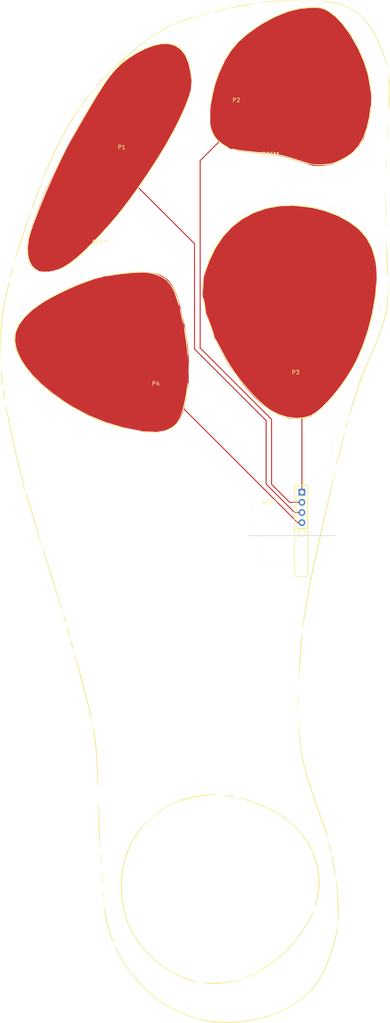
<source format=kicad_pcb>
(kicad_pcb (version 4) (host pcbnew 4.0.6)

  (general
    (links 4)
    (no_connects 0)
    (area 118.374999 165.624999 140.095001 165.775001)
    (thickness 1.6)
    (drawings 9)
    (tracks 18)
    (zones 0)
    (modules 14)
    (nets 5)
  )

  (page A4)
  (layers
    (0 F.Cu signal)
    (31 B.Cu signal)
    (32 B.Adhes user)
    (33 F.Adhes user)
    (34 B.Paste user)
    (35 F.Paste user)
    (36 B.SilkS user)
    (37 F.SilkS user)
    (38 B.Mask user)
    (39 F.Mask user)
    (40 Dwgs.User user)
    (41 Cmts.User user)
    (42 Eco1.User user)
    (43 Eco2.User user)
    (44 Edge.Cuts user)
    (45 Margin user)
    (46 B.CrtYd user)
    (47 F.CrtYd user)
    (48 B.Fab user)
    (49 F.Fab user)
  )

  (setup
    (last_trace_width 0.25)
    (trace_clearance 0.2)
    (zone_clearance 0.508)
    (zone_45_only no)
    (trace_min 0.2)
    (segment_width 0.2)
    (edge_width 0.15)
    (via_size 0.6)
    (via_drill 0.4)
    (via_min_size 0.4)
    (via_min_drill 0.3)
    (uvia_size 0.3)
    (uvia_drill 0.1)
    (uvias_allowed no)
    (uvia_min_size 0.2)
    (uvia_min_drill 0.1)
    (pcb_text_width 0.3)
    (pcb_text_size 1.5 1.5)
    (mod_edge_width 0.15)
    (mod_text_size 1 1)
    (mod_text_width 0.15)
    (pad_size 1.524 1.524)
    (pad_drill 0.762)
    (pad_to_mask_clearance 0.2)
    (aux_axis_origin 0 0)
    (visible_elements 7FFFFFFF)
    (pcbplotparams
      (layerselection 0x010f0_80000001)
      (usegerberextensions false)
      (excludeedgelayer true)
      (linewidth 0.100000)
      (plotframeref false)
      (viasonmask false)
      (mode 1)
      (useauxorigin false)
      (hpglpennumber 1)
      (hpglpenspeed 20)
      (hpglpendiameter 15)
      (hpglpenoverlay 2)
      (psnegative false)
      (psa4output false)
      (plotreference true)
      (plotvalue true)
      (plotinvisibletext false)
      (padsonsilk true)
      (subtractmaskfromsilk false)
      (outputformat 1)
      (mirror false)
      (drillshape 0)
      (scaleselection 1)
      (outputdirectory C:/Users/smerrett79/SkyDrive/Documents/Remap/BIRU/sonassist/))
  )

  (net 0 "")
  (net 1 "Net-(J1-Pad1)")
  (net 2 "Net-(J1-Pad2)")
  (net 3 "Net-(J1-Pad3)")
  (net 4 "Net-(J1-Pad4)")

  (net_class Default "This is the default net class."
    (clearance 0.2)
    (trace_width 0.25)
    (via_dia 0.6)
    (via_drill 0.4)
    (uvia_dia 0.3)
    (uvia_drill 0.1)
    (add_net "Net-(J1-Pad1)")
    (add_net "Net-(J1-Pad2)")
    (add_net "Net-(J1-Pad3)")
    (add_net "Net-(J1-Pad4)")
  )

  (module BIRU:toesEdge (layer F.Cu) (tedit 0) (tstamp 596FEDF6)
    (at 105.1 102.41)
    (fp_text reference G*** (at 0 0) (layer F.SilkS) hide
      (effects (font (thickness 0.3)))
    )
    (fp_text value toesEdge (at 0.75 0) (layer F.SilkS) hide
      (effects (font (thickness 0.3)))
    )
    (fp_poly (pts (xy 31.014061 -70.43492) (xy 32.073806 -70.401207) (xy 32.847891 -70.320436) (xy 33.46076 -70.176143)
      (xy 34.036859 -69.95186) (xy 34.356842 -69.801254) (xy 35.46941 -69.10196) (xy 36.732992 -68.053037)
      (xy 38.034158 -66.769627) (xy 39.259476 -65.366872) (xy 40.295515 -63.959914) (xy 40.616598 -63.447084)
      (xy 41.554251 -61.710534) (xy 42.516789 -59.667648) (xy 43.429652 -57.49781) (xy 44.218282 -55.380406)
      (xy 44.808118 -53.49482) (xy 44.901595 -53.137726) (xy 45.449073 -50.324078) (xy 45.741314 -47.366685)
      (xy 45.780082 -44.399463) (xy 45.567141 -41.556328) (xy 45.104254 -38.971196) (xy 44.696528 -37.568341)
      (xy 43.502565 -34.842753) (xy 41.927884 -32.490581) (xy 39.971624 -30.511271) (xy 37.632926 -28.904267)
      (xy 34.910932 -27.669016) (xy 31.804782 -26.804962) (xy 28.313617 -26.311551) (xy 27.137895 -26.232998)
      (xy 25.731328 -26.14206) (xy 24.479141 -26.024206) (xy 23.497419 -25.893018) (xy 22.90225 -25.76208)
      (xy 22.821997 -25.728041) (xy 22.121112 -25.193882) (xy 21.469831 -24.460025) (xy 21.003841 -23.703157)
      (xy 20.854737 -23.166346) (xy 21.006875 -22.503422) (xy 21.290733 -21.955459) (xy 21.764584 -21.434725)
      (xy 22.401764 -21.057894) (xy 23.284928 -20.80524) (xy 24.49673 -20.657035) (xy 26.119827 -20.593553)
      (xy 27.023027 -20.587369) (xy 28.535117 -20.576527) (xy 29.671419 -20.529555) (xy 30.590684 -20.424783)
      (xy 31.451665 -20.240541) (xy 32.413115 -19.95516) (xy 32.949352 -19.778422) (xy 35.344086 -18.849477)
      (xy 37.613364 -17.686123) (xy 39.92808 -16.19635) (xy 40.872601 -15.512526) (xy 42.675069 -14.055928)
      (xy 44.117898 -12.599159) (xy 45.2318 -11.066274) (xy 46.047484 -9.381331) (xy 46.59566 -7.468386)
      (xy 46.907039 -5.251497) (xy 47.012331 -2.65472) (xy 46.974877 -0.422208) (xy 46.593917 4.027107)
      (xy 45.752038 8.53102) (xy 44.440232 13.118526) (xy 42.64949 17.818617) (xy 40.370804 22.660286)
      (xy 39.012831 25.202511) (xy 37.79123 27.50228) (xy 36.850537 29.520803) (xy 36.139074 31.395554)
      (xy 35.605161 33.26401) (xy 35.197118 35.263646) (xy 35.16955 35.426315) (xy 34.893919 37.396208)
      (xy 34.640953 39.857562) (xy 34.413108 42.767487) (xy 34.212844 46.08309) (xy 34.042619 49.761477)
      (xy 33.904891 53.759758) (xy 33.802119 58.035039) (xy 33.771185 59.823684) (xy 33.605284 70.585263)
      (xy 15.317405 70.585263) (xy 15.130086 66.641579) (xy 14.950303 63.645641) (xy 14.701713 61.092306)
      (xy 14.357716 58.891108) (xy 13.891709 56.95158) (xy 13.27709 55.183256) (xy 12.48726 53.495671)
      (xy 11.495616 51.798358) (xy 10.275557 50.000851) (xy 10.210029 49.909435) (xy 7.771873 46.968653)
      (xy 4.949261 44.380451) (xy 1.79361 42.18764) (xy -0.613415 40.897788) (xy -2.192358 40.179444)
      (xy -3.464971 39.701199) (xy -4.586873 39.433808) (xy -5.713685 39.348024) (xy -7.001023 39.414601)
      (xy -7.947362 39.519483) (xy -9.897052 39.72719) (xy -11.58201 39.816084) (xy -13.210277 39.783848)
      (xy -14.989894 39.628161) (xy -16.591168 39.423126) (xy -20.878812 38.6342) (xy -24.816981 37.502296)
      (xy -28.48702 36.001193) (xy -30.606216 34.905681) (xy -32.2834 33.875651) (xy -34.203456 32.543055)
      (xy -36.248464 31.000007) (xy -38.300505 29.338622) (xy -40.241658 27.651015) (xy -41.898876 26.084289)
      (xy -43.446727 24.488594) (xy -44.62361 23.118919) (xy -45.481242 21.873744) (xy -46.071339 20.651551)
      (xy -46.445618 19.350819) (xy -46.655794 17.870029) (xy -46.732396 16.653556) (xy -46.352102 16.653556)
      (xy -45.993342 19.163557) (xy -45.576201 20.635323) (xy -45.002337 21.787154) (xy -44.02535 23.150622)
      (xy -42.706257 24.671814) (xy -41.106077 26.29682) (xy -39.285829 27.971729) (xy -37.30653 29.642627)
      (xy -35.229199 31.255605) (xy -33.114855 32.75675) (xy -31.024515 34.092151) (xy -29.170258 35.130469)
      (xy -26.054289 36.534265) (xy -22.69948 37.675799) (xy -19.224066 38.532197) (xy -15.746279 39.080584)
      (xy -12.384353 39.298085) (xy -9.256522 39.161828) (xy -8.689473 39.092841) (xy -6.913672 38.896334)
      (xy -5.462117 38.867823) (xy -4.155779 39.035124) (xy -2.815628 39.42605) (xy -1.262635 40.068416)
      (xy -0.679298 40.337329) (xy 2.742963 42.232611) (xy 5.869086 44.560535) (xy 8.664613 47.287409)
      (xy 11.095089 50.379542) (xy 13.126054 53.803242) (xy 13.158852 53.867922) (xy 13.866714 55.440894)
      (xy 14.419596 57.092425) (xy 14.835987 58.91793) (xy 15.134377 61.012826) (xy 15.333255 63.472532)
      (xy 15.426849 65.572105) (xy 15.584046 70.317894) (xy 33.067103 70.317894) (xy 33.247642 60.24021)
      (xy 33.302559 57.656895) (xy 33.375177 54.971724) (xy 33.461386 52.297069) (xy 33.557075 49.745301)
      (xy 33.658133 47.428794) (xy 33.76045 45.459918) (xy 33.827145 44.398631) (xy 34.051626 41.3396)
      (xy 34.279243 38.738029) (xy 34.529302 36.516883) (xy 34.821112 34.599132) (xy 35.173977 32.90774)
      (xy 35.607206 31.365676) (xy 36.140105 29.895906) (xy 36.79198 28.421398) (xy 37.58214 26.865118)
      (xy 38.52989 25.150034) (xy 38.746871 24.769254) (xy 40.049118 22.374317) (xy 41.216193 19.956166)
      (xy 42.318334 17.357469) (xy 43.425777 14.420895) (xy 43.65751 13.769473) (xy 44.752315 10.440251)
      (xy 45.566157 7.417341) (xy 46.124119 4.568558) (xy 46.451284 1.761718) (xy 46.572736 -1.135365)
      (xy 46.574759 -1.604211) (xy 46.496773 -4.339038) (xy 46.248678 -6.638011) (xy 45.806517 -8.579651)
      (xy 45.146337 -10.242481) (xy 44.244182 -11.705022) (xy 43.087753 -13.034153) (xy 41.040393 -14.828886)
      (xy 38.639778 -16.517843) (xy 36.067353 -17.988914) (xy 33.504562 -19.129989) (xy 32.839174 -19.366497)
      (xy 31.912838 -19.655129) (xy 31.077742 -19.850416) (xy 30.188291 -19.969913) (xy 29.098891 -20.031177)
      (xy 27.66395 -20.051763) (xy 27.149008 -20.052632) (xy 25.350168 -20.077501) (xy 23.99053 -20.166556)
      (xy 22.976251 -20.341466) (xy 22.213489 -20.623903) (xy 21.608401 -21.035537) (xy 21.219678 -21.421858)
      (xy 20.747207 -22.072758) (xy 20.468591 -22.652563) (xy 20.474218 -23.461037) (xy 20.859916 -24.386586)
      (xy 21.542459 -25.279262) (xy 22.25812 -25.876823) (xy 22.711999 -26.152787) (xy 23.175543 -26.352556)
      (xy 23.753648 -26.494863) (xy 24.55121 -26.598439) (xy 25.673125 -26.682015) (xy 27.224291 -26.764324)
      (xy 27.229491 -26.764577) (xy 30.408246 -27.0455) (xy 33.170285 -27.57305) (xy 35.586262 -28.373823)
      (xy 37.726828 -29.474411) (xy 39.662638 -30.901409) (xy 40.644743 -31.814106) (xy 42.181416 -33.57149)
      (xy 43.380213 -35.467684) (xy 44.264922 -37.57346) (xy 44.859329 -39.959586) (xy 45.187222 -42.696834)
      (xy 45.273948 -45.586316) (xy 45.206743 -48.11521) (xy 45.001289 -50.379294) (xy 44.625982 -52.504031)
      (xy 44.049216 -54.614881) (xy 43.239388 -56.837306) (xy 42.164891 -59.296766) (xy 41.434832 -60.826316)
      (xy 39.879595 -63.663101) (xy 38.237325 -65.97805) (xy 36.50092 -67.778057) (xy 34.663279 -69.070015)
      (xy 32.7173 -69.860818) (xy 31.952941 -70.030486) (xy 29.832381 -70.186402) (xy 27.44343 -69.990748)
      (xy 24.899435 -69.466414) (xy 22.313746 -68.636288) (xy 19.974204 -67.611514) (xy 16.370111 -65.645475)
      (xy 13.23066 -63.580701) (xy 10.488383 -61.371382) (xy 9.677136 -60.620084) (xy 8.584261 -59.612626)
      (xy 7.521768 -58.703658) (xy 6.596509 -57.979989) (xy 5.915333 -57.528433) (xy 5.800294 -57.470309)
      (xy 4.244763 -57.038827) (xy 2.515589 -57.022984) (xy 0.747162 -57.401315) (xy -0.926125 -58.152359)
      (xy -1.693091 -58.667036) (xy -3.668553 -59.939731) (xy -5.620191 -60.69625) (xy -7.616079 -60.947196)
      (xy -9.724295 -60.703172) (xy -11.457726 -60.188038) (xy -14.406786 -58.874678) (xy -17.288411 -57.14333)
      (xy -19.96446 -55.091772) (xy -22.296786 -52.817779) (xy -22.955265 -52.050175) (xy -24.375328 -50.251703)
      (xy -25.72951 -48.401568) (xy -27.053007 -46.440083) (xy -28.381012 -44.307563) (xy -29.748721 -41.94432)
      (xy -31.191329 -39.290667) (xy -32.74403 -36.286919) (xy -34.442018 -32.873387) (xy -35.289973 -31.131771)
      (xy -36.859936 -27.853093) (xy -38.194484 -24.980517) (xy -39.317049 -22.452233) (xy -40.251061 -20.206429)
      (xy -41.01995 -18.181295) (xy -41.647147 -16.31502) (xy -42.156083 -14.545793) (xy -42.570189 -12.811804)
      (xy -42.912896 -11.051241) (xy -42.922292 -10.99752) (xy -43.226751 -8.857002) (xy -43.31117 -7.114433)
      (xy -43.17191 -5.678769) (xy -42.805332 -4.458968) (xy -42.647199 -4.1149) (xy -41.796578 -2.706266)
      (xy -40.831632 -1.745801) (xy -39.648793 -1.147048) (xy -38.83745 -0.93448) (xy -37.686334 -0.58928)
      (xy -37.018747 -0.082031) (xy -36.795983 0.634366) (xy -36.915998 1.403636) (xy -37.133121 1.990199)
      (xy -37.468765 2.5194) (xy -37.999473 3.063694) (xy -38.801788 3.695533) (xy -39.952254 4.487371)
      (xy -40.673646 4.960528) (xy -41.786724 5.723969) (xy -42.795498 6.488164) (xy -43.573188 7.152989)
      (xy -43.938264 7.538756) (xy -45.092734 9.468213) (xy -45.888638 11.700653) (xy -46.312814 14.130844)
      (xy -46.352102 16.653556) (xy -46.732396 16.653556) (xy -46.736527 16.587957) (xy -46.744695 14.332632)
      (xy -46.549449 12.436323) (xy -46.128068 10.754764) (xy -45.616078 9.474094) (xy -44.9421 8.242189)
      (xy -44.092507 7.145702) (xy -42.975015 6.091127) (xy -41.497338 4.984957) (xy -40.586746 4.378224)
      (xy -39.100776 3.347239) (xy -38.0706 2.458039) (xy -37.452988 1.660262) (xy -37.204713 0.903543)
      (xy -37.214828 0.449798) (xy -37.295014 0.16275) (xy -37.504046 -0.053776) (xy -37.937809 -0.238561)
      (xy -38.692188 -0.430382) (xy -39.863068 -0.66802) (xy -40.084451 -0.710765) (xy -40.741908 -1.036309)
      (xy -41.528339 -1.72079) (xy -42.330312 -2.646504) (xy -43.034396 -3.695748) (xy -43.135603 -3.876842)
      (xy -43.420984 -4.495511) (xy -43.593369 -5.162176) (xy -43.676495 -6.030686) (xy -43.694097 -7.254885)
      (xy -43.692487 -7.486316) (xy -43.627413 -9.164258) (xy -43.451231 -10.858916) (xy -43.14823 -12.614874)
      (xy -42.702701 -14.476717) (xy -42.098936 -16.489032) (xy -41.321225 -18.696402) (xy -40.353857 -21.143413)
      (xy -39.181125 -23.874649) (xy -37.787318 -26.934696) (xy -36.156728 -30.36814) (xy -34.273644 -34.219563)
      (xy -34.271867 -34.223158) (xy -32.131897 -38.439271) (xy -30.109492 -42.177393) (xy -28.175845 -45.473847)
      (xy -26.302147 -48.364956) (xy -24.459591 -50.887042) (xy -22.619368 -53.076429) (xy -20.752671 -54.96944)
      (xy -18.830692 -56.602396) (xy -16.824622 -58.011621) (xy -14.705654 -59.233438) (xy -14.251936 -59.465449)
      (xy -12.298325 -60.355759) (xy -10.484193 -61.011273) (xy -8.911987 -61.399137) (xy -7.923966 -61.494737)
      (xy -6.26098 -61.294812) (xy -4.461923 -60.741085) (xy -2.718017 -59.902629) (xy -1.732213 -59.258163)
      (xy -0.242098 -58.301628) (xy 1.182201 -57.739946) (xy 2.741042 -57.504186) (xy 3.419599 -57.485702)
      (xy 4.374595 -57.548372) (xy 5.247964 -57.773631) (xy 6.129819 -58.214111) (xy 7.110272 -58.922443)
      (xy 8.279434 -59.951258) (xy 9.272576 -60.904212) (xy 11.575595 -62.920245) (xy 14.269314 -64.87091)
      (xy 17.210139 -66.669087) (xy 20.254476 -68.227654) (xy 23.25873 -69.459491) (xy 23.528421 -69.553473)
      (xy 24.640087 -69.920465) (xy 25.548054 -70.167935) (xy 26.414783 -70.319771) (xy 27.402735 -70.399861)
      (xy 28.674371 -70.432094) (xy 29.544211 -70.438042) (xy 31.014061 -70.43492)) (layer Edge.Cuts) (width 0.01))
  )

  (module Pin_Headers:Pin_Header_Straight_1x04_Pitch2.54mm (layer F.Cu) (tedit 59650532) (tstamp 596FD568)
    (at 131.75 154.82)
    (descr "Through hole straight pin header, 1x04, 2.54mm pitch, single row")
    (tags "Through hole pin header THT 1x04 2.54mm single row")
    (path /596FD4A4)
    (fp_text reference J1 (at 0 -2.33) (layer F.SilkS)
      (effects (font (size 1 1) (thickness 0.15)))
    )
    (fp_text value CONN_01X04 (at 0 9.95) (layer F.Fab)
      (effects (font (size 1 1) (thickness 0.15)))
    )
    (fp_line (start -0.635 -1.27) (end 1.27 -1.27) (layer F.Fab) (width 0.1))
    (fp_line (start 1.27 -1.27) (end 1.27 8.89) (layer F.Fab) (width 0.1))
    (fp_line (start 1.27 8.89) (end -1.27 8.89) (layer F.Fab) (width 0.1))
    (fp_line (start -1.27 8.89) (end -1.27 -0.635) (layer F.Fab) (width 0.1))
    (fp_line (start -1.27 -0.635) (end -0.635 -1.27) (layer F.Fab) (width 0.1))
    (fp_line (start -1.33 8.95) (end 1.33 8.95) (layer F.SilkS) (width 0.12))
    (fp_line (start -1.33 1.27) (end -1.33 8.95) (layer F.SilkS) (width 0.12))
    (fp_line (start 1.33 1.27) (end 1.33 8.95) (layer F.SilkS) (width 0.12))
    (fp_line (start -1.33 1.27) (end 1.33 1.27) (layer F.SilkS) (width 0.12))
    (fp_line (start -1.33 0) (end -1.33 -1.33) (layer F.SilkS) (width 0.12))
    (fp_line (start -1.33 -1.33) (end 0 -1.33) (layer F.SilkS) (width 0.12))
    (fp_line (start -1.8 -1.8) (end -1.8 9.4) (layer F.CrtYd) (width 0.05))
    (fp_line (start -1.8 9.4) (end 1.8 9.4) (layer F.CrtYd) (width 0.05))
    (fp_line (start 1.8 9.4) (end 1.8 -1.8) (layer F.CrtYd) (width 0.05))
    (fp_line (start 1.8 -1.8) (end -1.8 -1.8) (layer F.CrtYd) (width 0.05))
    (fp_text user %R (at 0 3.81 90) (layer F.Fab)
      (effects (font (size 1 1) (thickness 0.15)))
    )
    (pad 1 thru_hole rect (at 0 0) (size 1.7 1.7) (drill 1) (layers *.Cu *.Mask)
      (net 1 "Net-(J1-Pad1)"))
    (pad 2 thru_hole oval (at 0 2.54) (size 1.7 1.7) (drill 1) (layers *.Cu *.Mask)
      (net 2 "Net-(J1-Pad2)"))
    (pad 3 thru_hole oval (at 0 5.08) (size 1.7 1.7) (drill 1) (layers *.Cu *.Mask)
      (net 3 "Net-(J1-Pad3)"))
    (pad 4 thru_hole oval (at 0 7.62) (size 1.7 1.7) (drill 1) (layers *.Cu *.Mask)
      (net 4 "Net-(J1-Pad4)"))
    (model ${KISYS3DMOD}/Pin_Headers.3dshapes/Pin_Header_Straight_1x04_Pitch2.54mm.wrl
      (at (xyz 0 0 0))
      (scale (xyz 1 1 1))
      (rotate (xyz 0 0 0))
    )
  )

  (module BIRU:outlinesL (layer F.Cu) (tedit 0) (tstamp 596FE993)
    (at 104.91 159.5)
    (fp_text reference Left** (at 0 0) (layer F.SilkS) hide
      (effects (font (thickness 0.3)))
    )
    (fp_text value Left (at 0.75 0) (layer F.SilkS) hide
      (effects (font (thickness 0.3)))
    )
    (fp_poly (pts (xy 35.808556 104.044634) (xy 35.751879 104.58091) (xy 35.58378 105.499204) (xy 35.331147 106.664997)
      (xy 35.059748 107.790816) (xy 34.000405 111.39272) (xy 32.742342 114.532499) (xy 31.249479 117.257429)
      (xy 29.485738 119.61479) (xy 27.415038 121.651856) (xy 25.001302 123.415907) (xy 22.208451 124.954219)
      (xy 21.822299 125.136992) (xy 18.205093 126.551959) (xy 14.42735 127.49486) (xy 10.436452 127.976607)
      (xy 7.785504 128.048218) (xy 6.298378 128.008836) (xy 4.82138 127.918069) (xy 3.536092 127.789923)
      (xy 2.701655 127.656028) (xy -1.1493 126.554254) (xy -4.825306 124.974151) (xy -8.272597 122.952122)
      (xy -11.437405 120.524569) (xy -14.265965 117.727897) (xy -16.704509 114.598507) (xy -16.805313 114.448798)
      (xy -17.620166 113.189129) (xy -18.395462 111.916295) (xy -19.078305 110.725275) (xy -19.6158 109.711044)
      (xy -19.955051 108.968582) (xy -20.048164 108.626045) (xy -19.930803 108.751481) (xy -19.619071 109.259017)
      (xy -19.167314 110.057382) (xy -18.864673 110.613768) (xy -17.795553 112.531963) (xy -16.797125 114.134085)
      (xy -15.756349 115.573012) (xy -14.560186 117.001622) (xy -13.095596 118.572794) (xy -12.614317 119.066937)
      (xy -9.904318 121.474993) (xy -6.810604 123.592859) (xy -3.430958 125.362945) (xy 0.136838 126.727662)
      (xy 0.668421 126.889787) (xy 3.401913 127.483376) (xy 6.444019 127.770039) (xy 9.668988 127.754733)
      (xy 12.95107 127.442415) (xy 16.164517 126.838043) (xy 18.479858 126.187621) (xy 21.732301 124.939706)
      (xy 24.590598 123.43457) (xy 27.081487 121.639641) (xy 29.231707 119.522348) (xy 31.067996 117.050118)
      (xy 32.617093 114.190379) (xy 33.905736 110.910559) (xy 34.960665 107.178087) (xy 35.289843 105.71035)
      (xy 35.505042 104.765684) (xy 35.677897 104.151505) (xy 35.785211 103.942313) (xy 35.808556 104.044634)) (layer F.SilkS) (width 0.01))
    (fp_poly (pts (xy 11.156619 117.212759) (xy 10.996953 117.329753) (xy 10.424083 117.494226) (xy 9.555013 117.684234)
      (xy 8.506749 117.877831) (xy 7.396298 118.053072) (xy 6.340664 118.188013) (xy 5.614737 118.252171)
      (xy 4.433202 118.283793) (xy 3.227204 118.250863) (xy 2.54 118.192387) (xy 2.115004 118.119565)
      (xy 2.16383 118.06454) (xy 2.704517 118.025245) (xy 3.755103 117.999613) (xy 4.277895 117.993166)
      (xy 5.913469 117.933001) (xy 7.497832 117.797773) (xy 8.825969 117.606813) (xy 9.196664 117.529376)
      (xy 10.120052 117.331471) (xy 10.818359 117.216858) (xy 11.150305 117.208358) (xy 11.156619 117.212759)) (layer F.SilkS) (width 0.01))
    (fp_poly (pts (xy 5.548131 70.912518) (xy 6.003412 70.932714) (xy 6.019032 70.961533) (xy 5.569231 71.005333)
      (xy 4.62825 71.070473) (xy 3.734827 71.127663) (xy 0.066371 71.597577) (xy -3.340057 72.510008)
      (xy -6.459403 73.838953) (xy -9.266614 75.558406) (xy -11.736636 77.642364) (xy -13.844416 80.064822)
      (xy -15.564899 82.799777) (xy -16.873033 85.821224) (xy -17.743763 89.103159) (xy -18.152037 92.619577)
      (xy -18.181052 93.875067) (xy -17.98747 97.253278) (xy -17.391216 100.385648) (xy -16.584165 102.866051)
      (xy -15.138822 105.877003) (xy -13.239974 108.682836) (xy -10.947163 111.229183) (xy -8.319932 113.461677)
      (xy -5.417823 115.325951) (xy -2.300378 116.767638) (xy -0.802105 117.276452) (xy 0.056224 117.553136)
      (xy 0.594239 117.763206) (xy 0.729004 117.872577) (xy 0.668421 117.880769) (xy 0.124574 117.801307)
      (xy -0.708531 117.596797) (xy -1.344445 117.407621) (xy -4.329993 116.194286) (xy -7.19679 114.533337)
      (xy -9.871546 112.493105) (xy -12.280973 110.141921) (xy -14.351783 107.548114) (xy -16.010687 104.780015)
      (xy -16.80546 102.992603) (xy -17.830758 99.613646) (xy -18.37578 96.104794) (xy -18.43882 92.554217)
      (xy -18.01817 89.050085) (xy -17.138965 85.757439) (xy -16.256946 83.549945) (xy -15.209076 81.62338)
      (xy -13.891074 79.815058) (xy -12.198656 77.962293) (xy -12.040884 77.80421) (xy -9.314416 75.436934)
      (xy -6.381874 73.555061) (xy -3.263208 72.166835) (xy 0.021631 71.280502) (xy 3.452695 70.904305)
      (xy 4.678948 70.894584) (xy 5.548131 70.912518)) (layer F.SilkS) (width 0.01))
    (fp_poly (pts (xy 11.942456 116.929123) (xy 11.905755 117.088073) (xy 11.764211 117.107368) (xy 11.544136 117.009542)
      (xy 11.585965 116.929123) (xy 11.903269 116.897124) (xy 11.942456 116.929123)) (layer F.SilkS) (width 0.01))
    (fp_poly (pts (xy 14.994333 115.741766) (xy 14.494689 116.004661) (xy 13.818675 116.314364) (xy 13.128029 116.599286)
      (xy 12.584491 116.787836) (xy 12.383067 116.824598) (xy 12.484592 116.71862) (xy 12.966934 116.458228)
      (xy 13.610363 116.153031) (xy 14.394021 115.81969) (xy 14.958253 115.621855) (xy 15.155868 115.597271)
      (xy 14.994333 115.741766)) (layer F.SilkS) (width 0.01))
    (fp_poly (pts (xy 29.796752 99.995789) (xy 29.200284 101.536624) (xy 28.244825 103.302599) (xy 27.001499 105.201139)
      (xy 25.541433 107.139668) (xy 23.93575 109.025609) (xy 22.255577 110.766389) (xy 20.572037 112.269429)
      (xy 20.052632 112.67867) (xy 19.108478 113.366197) (xy 18.094634 114.05548) (xy 17.121002 114.677653)
      (xy 16.297484 115.163847) (xy 15.733984 115.445198) (xy 15.570194 115.487434) (xy 15.601498 115.36011)
      (xy 15.877508 115.153224) (xy 17.613481 114.039318) (xy 18.991679 113.110908) (xy 20.119047 112.288965)
      (xy 21.102534 111.494456) (xy 22.049088 110.648353) (xy 22.324496 110.38913) (xy 24.940881 107.590873)
      (xy 27.183742 104.543621) (xy 28.76231 101.783533) (xy 29.240955 100.84692) (xy 29.595819 100.201726)
      (xy 29.78804 99.915115) (xy 29.796752 99.995789)) (layer F.SilkS) (width 0.01))
    (fp_poly (pts (xy -22.583541 98.640744) (xy -22.466091 99.293045) (xy -22.306633 100.263158) (xy -22.022575 101.70717)
      (xy -21.619611 103.366323) (xy -21.168971 104.955966) (xy -21.001968 105.476842) (xy -20.597167 106.726229)
      (xy -20.333989 107.616064) (xy -20.215779 108.117345) (xy -20.245882 108.201071) (xy -20.427643 107.838238)
      (xy -20.764405 106.999845) (xy -20.853384 106.765291) (xy -21.559507 104.636989) (xy -22.122169 102.437693)
      (xy -22.490269 100.381875) (xy -22.58314 99.505114) (xy -22.633629 98.769906) (xy -22.636575 98.474073)
      (xy -22.583541 98.640744)) (layer F.SilkS) (width 0.01))
    (fp_poly (pts (xy 35.574093 92.910526) (xy 35.658728 93.466219) (xy 35.746943 94.389967) (xy 35.834289 95.583177)
      (xy 35.916317 96.947255) (xy 35.988578 98.383609) (xy 36.046624 99.793645) (xy 36.086006 101.078771)
      (xy 36.102275 102.140393) (xy 36.090982 102.879918) (xy 36.04768 103.198753) (xy 36.038567 103.20421)
      (xy 35.985239 102.951333) (xy 35.920532 102.250115) (xy 35.850268 101.186674) (xy 35.780271 99.847128)
      (xy 35.726731 98.592105) (xy 35.660547 96.989778) (xy 35.591009 95.496843) (xy 35.524053 94.228132)
      (xy 35.46562 93.298482) (xy 35.43292 92.910526) (xy 35.31726 91.841052) (xy 35.574093 92.910526)) (layer F.SilkS) (width 0.01))
    (fp_poly (pts (xy 11.664925 71.759904) (xy 12.639596 72.025996) (xy 13.869097 72.42493) (xy 15.236583 72.91439)
      (xy 16.625208 73.452063) (xy 17.918129 73.995634) (xy 18.998501 74.502789) (xy 19.250526 74.634401)
      (xy 22.381177 76.55661) (xy 25.0271 78.694164) (xy 27.198349 81.059582) (xy 28.904973 83.665383)
      (xy 30.157024 86.524086) (xy 30.856543 89.089806) (xy 31.072574 90.362387) (xy 31.225742 91.697423)
      (xy 31.282105 92.776842) (xy 31.227948 93.810798) (xy 31.08352 95.04255) (xy 30.875886 96.322703)
      (xy 30.632111 97.501859) (xy 30.379261 98.430622) (xy 30.168042 98.926316) (xy 29.986296 99.162131)
      (xy 30.031823 98.920194) (xy 30.050905 98.858076) (xy 30.549064 96.817799) (xy 30.861367 94.604015)
      (xy 30.955298 92.482624) (xy 30.924247 91.716768) (xy 30.44457 88.470444) (xy 29.488242 85.459343)
      (xy 28.062584 82.691281) (xy 26.174918 80.174073) (xy 23.832567 77.915535) (xy 21.04285 75.923482)
      (xy 17.813091 74.20573) (xy 14.15061 72.770095) (xy 12.768534 72.335917) (xy 11.848134 72.047085)
      (xy 11.232425 71.820338) (xy 11.005937 71.688711) (xy 11.061928 71.668967) (xy 11.664925 71.759904)) (layer F.SilkS) (width 0.01))
    (fp_poly (pts (xy -22.800711 95.382076) (xy -22.799914 95.388472) (xy -22.756251 96.260403) (xy -22.802642 96.992683)
      (xy -22.858355 97.140367) (xy -22.897254 96.822244) (xy -22.910835 96.118947) (xy -22.894766 95.432806)
      (xy -22.85522 95.168497) (xy -22.800711 95.382076)) (layer F.SilkS) (width 0.01))
    (fp_poly (pts (xy -23.063626 90.580015) (xy -23.024376 91.706531) (xy -23.04206 92.870566) (xy -23.064892 93.253699)
      (xy -23.1048 93.533681) (xy -23.136873 93.330442) (xy -23.157521 92.695481) (xy -23.163401 91.841052)
      (xy -23.154669 90.892339) (xy -23.131932 90.348001) (xy -23.098766 90.253237) (xy -23.063626 90.580015)) (layer F.SilkS) (width 0.01))
    (fp_poly (pts (xy 34.37641 86.135828) (xy 34.527567 86.75802) (xy 34.718176 87.703487) (xy 34.886232 88.637979)
      (xy 35.072987 89.798969) (xy 35.202972 90.750608) (xy 35.262089 91.379109) (xy 35.249766 91.571988)
      (xy 35.159975 91.376466) (xy 35.008677 90.755074) (xy 34.81855 89.810007) (xy 34.650948 88.873263)
      (xy 34.465123 87.711914) (xy 34.335395 86.760285) (xy 34.275841 86.132005) (xy 34.287413 85.939254)
      (xy 34.37641 86.135828)) (layer F.SilkS) (width 0.01))
    (fp_poly (pts (xy -23.332652 85.758421) (xy -23.290576 86.823181) (xy -23.323438 87.918607) (xy -23.332652 88.031052)
      (xy -23.37675 88.297502) (xy -23.411311 88.081649) (xy -23.431614 87.435903) (xy -23.434999 86.894737)
      (xy -23.424949 86.02711) (xy -23.397948 85.559459) (xy -23.358715 85.544197) (xy -23.332652 85.758421)) (layer F.SilkS) (width 0.01))
    (fp_poly (pts (xy 33.638947 82.593259) (xy 33.80534 83.16196) (xy 33.95579 83.82) (xy 34.106276 84.654774)
      (xy 34.171427 85.252959) (xy 34.151022 85.451785) (xy 34.04062 85.280184) (xy 33.875138 84.713947)
      (xy 33.726617 84.049173) (xy 33.579657 83.213073) (xy 33.513908 82.61557) (xy 33.531384 82.417387)
      (xy 33.638947 82.593259)) (layer F.SilkS) (width 0.01))
    (fp_poly (pts (xy -23.946187 72.701641) (xy -23.914025 73.2875) (xy -23.872913 74.352587) (xy -23.82107 75.916688)
      (xy -23.770938 77.531888) (xy -23.71742 79.381819) (xy -23.674854 81.046724) (xy -23.644621 82.4547)
      (xy -23.628102 83.533842) (xy -23.62668 84.212246) (xy -23.638574 84.420329) (xy -23.684372 84.203652)
      (xy -23.750026 83.558558) (xy -23.826036 82.59056) (xy -23.888616 81.643164) (xy -23.951083 80.27418)
      (xy -23.996923 78.573729) (xy -24.022234 76.744928) (xy -24.023113 74.990893) (xy -24.020979 74.754723)
      (xy -24.006797 73.62155) (xy -23.990792 72.888453) (xy -23.971183 72.575221) (xy -23.946187 72.701641)) (layer F.SilkS) (width 0.01))
    (fp_poly (pts (xy 26.214101 54.810526) (xy 26.341158 56.432679) (xy 26.477696 57.894811) (xy 26.638613 59.254744)
      (xy 26.838808 60.570299) (xy 27.093181 61.899297) (xy 27.416629 63.299559) (xy 27.824051 64.828906)
      (xy 28.330347 66.54516) (xy 28.950415 68.506143) (xy 29.699155 70.769675) (xy 30.591464 73.393577)
      (xy 31.642242 76.435672) (xy 32.199128 78.037977) (xy 32.640946 79.337414) (xy 33.002377 80.457827)
      (xy 33.253648 81.302332) (xy 33.364985 81.774046) (xy 33.365411 81.833067) (xy 33.257342 81.674508)
      (xy 33.012316 81.090953) (xy 32.662161 80.164807) (xy 32.238708 78.978476) (xy 32.035859 78.390879)
      (xy 31.526446 76.902332) (xy 30.900659 75.076482) (xy 30.216231 73.081622) (xy 29.530898 71.086045)
      (xy 29.032673 69.636745) (xy 27.988829 66.405078) (xy 27.200932 63.483951) (xy 26.640604 60.731024)
      (xy 26.279463 58.003956) (xy 26.089131 55.160408) (xy 26.076616 54.810526) (xy 25.966985 51.468421)
      (xy 26.214101 54.810526)) (layer F.SilkS) (width 0.01))
    (fp_poly (pts (xy 8.819057 71.239702) (xy 9.678193 71.368077) (xy 9.758948 71.387368) (xy 10.253849 71.525227)
      (xy 10.25021 71.578606) (xy 9.892632 71.582946) (xy 9.207072 71.536108) (xy 8.307483 71.429472)
      (xy 8.021053 71.387368) (xy 6.817895 71.200314) (xy 7.887369 71.19179) (xy 8.819057 71.239702)) (layer F.SilkS) (width 0.01))
    (fp_poly (pts (xy -25.18824 54.239876) (xy -25.044279 54.834021) (xy -24.890048 55.805831) (xy -24.732484 57.077042)
      (xy -24.578527 58.569391) (xy -24.435114 60.204613) (xy -24.309183 61.904446) (xy -24.207674 63.590627)
      (xy -24.137525 65.18489) (xy -24.105673 66.608974) (xy -24.114386 67.64421) (xy -24.144326 68.528521)
      (xy -24.173174 69.021506) (xy -24.203892 69.097982) (xy -24.239442 68.732766) (xy -24.282787 67.900674)
      (xy -24.33689 66.576523) (xy -24.381722 65.371579) (xy -24.468024 63.50567) (xy -24.589356 61.570544)
      (xy -24.733384 59.728676) (xy -24.887777 58.142538) (xy -24.997914 57.253735) (xy -25.159081 56.043295)
      (xy -25.272343 55.040982) (xy -25.326666 54.356494) (xy -25.314991 54.101658) (xy -25.18824 54.239876)) (layer F.SilkS) (width 0.01))
    (fp_poly (pts (xy -25.490295 52.872105) (xy -25.454982 53.419501) (xy -25.490295 53.540526) (xy -25.587883 53.574114)
      (xy -25.625152 53.206316) (xy -25.583135 52.826751) (xy -25.490295 52.872105)) (layer F.SilkS) (width 0.01))
    (fp_poly (pts (xy -30.050814 35.351861) (xy -29.843795 36.011188) (xy -29.543031 37.036697) (xy -29.169156 38.352775)
      (xy -28.742803 39.883805) (xy -28.284605 41.554174) (xy -27.815196 43.288266) (xy -27.355209 45.010467)
      (xy -26.925277 46.645162) (xy -26.546034 48.116735) (xy -26.238112 49.349574) (xy -26.061401 50.093823)
      (xy -25.864857 51.044853) (xy -25.747164 51.799354) (xy -25.732839 52.198972) (xy -25.734581 52.204797)
      (xy -25.827059 52.095246) (xy -25.993892 51.563687) (xy -26.204764 50.712505) (xy -26.288531 50.334023)
      (xy -26.490941 49.460814) (xy -26.808697 48.174925) (xy -27.215386 46.579278) (xy -27.684591 44.776797)
      (xy -28.189896 42.870403) (xy -28.500833 41.714272) (xy -28.975143 39.94153) (xy -29.392119 38.34556)
      (xy -29.734183 36.996783) (xy -29.983753 35.965621) (xy -30.123251 35.322493) (xy -30.143455 35.134332)
      (xy -30.050814 35.351861)) (layer F.SilkS) (width 0.01))
    (fp_poly (pts (xy 25.85128 46.092398) (xy 25.865889 46.332698) (xy 25.901794 47.609541) (xy 25.895248 48.981365)
      (xy 25.865039 49.808488) (xy 25.831503 50.170181) (xy 25.803314 50.041729) (xy 25.782773 49.467715)
      (xy 25.772184 48.492721) (xy 25.771252 47.992631) (xy 25.777638 46.881895) (xy 25.794633 46.168138)
      (xy 25.819944 45.891569) (xy 25.85128 46.092398)) (layer F.SilkS) (width 0.01))
    (fp_poly (pts (xy 26.95074 30.612264) (xy 26.924491 31.352552) (xy 26.861771 32.460992) (xy 26.767332 33.855279)
      (xy 26.645928 35.453112) (xy 26.622875 35.739985) (xy 26.482803 37.491242) (xy 26.351541 39.172781)
      (xy 26.237876 40.668948) (xy 26.150593 41.864089) (xy 26.098478 42.642552) (xy 26.098317 42.645263)
      (xy 26.070613 42.977217) (xy 26.057791 42.821603) (xy 26.060019 42.225388) (xy 26.077465 41.235536)
      (xy 26.091157 40.64) (xy 26.138948 39.257515) (xy 26.215045 37.733215) (xy 26.312382 36.153402)
      (xy 26.423897 34.604375) (xy 26.542523 33.172435) (xy 26.661196 31.943882) (xy 26.772852 31.005017)
      (xy 26.870426 30.44214) (xy 26.935764 30.32243) (xy 26.95074 30.612264)) (layer F.SilkS) (width 0.01))
    (fp_poly (pts (xy -30.805277 32.340655) (xy -30.617461 32.886441) (xy -30.502281 33.309649) (xy -30.340226 34.058101)
      (xy -30.280853 34.560614) (xy -30.299957 34.666975) (xy -30.422091 34.50145) (xy -30.609907 33.955664)
      (xy -30.725088 33.532456) (xy -30.887142 32.784004) (xy -30.946515 32.281491) (xy -30.927411 32.17513)
      (xy -30.805277 32.340655)) (layer F.SilkS) (width 0.01))
    (fp_poly (pts (xy -31.878346 28.61112) (xy -31.669294 29.180099) (xy -31.4325 29.961973) (xy -31.211344 30.823043)
      (xy -31.087245 31.455488) (xy -31.083862 31.707721) (xy -31.20496 31.531605) (xy -31.413724 30.963469)
      (xy -31.649737 30.17921) (xy -31.869532 29.317539) (xy -31.993721 28.685281) (xy -31.998375 28.433463)
      (xy -31.878346 28.61112)) (layer F.SilkS) (width 0.01))
    (fp_poly (pts (xy 35.188666 -10.04295) (xy 35.044134 -9.300834) (xy 34.801756 -8.14571) (xy 34.473303 -6.631461)
      (xy 34.070546 -4.811973) (xy 33.605254 -2.741129) (xy 33.089198 -0.472815) (xy 32.75597 0.978445)
      (xy 31.838049 4.987129) (xy 31.038303 8.536569) (xy 30.344597 11.686139) (xy 29.744798 14.495212)
      (xy 29.22677 17.023161) (xy 28.778379 19.32936) (xy 28.38749 21.473182) (xy 28.04197 23.513999)
      (xy 27.729683 25.511184) (xy 27.695997 25.736416) (xy 27.482909 27.11559) (xy 27.29673 28.222199)
      (xy 27.150171 28.988638) (xy 27.055945 29.347304) (xy 27.02679 29.295364) (xy 27.064053 28.639269)
      (xy 27.190149 27.54406) (xy 27.391273 26.095416) (xy 27.653618 24.379019) (xy 27.963379 22.480546)
      (xy 28.306747 20.485679) (xy 28.669919 18.480096) (xy 29.039086 16.549478) (xy 29.248553 15.507368)
      (xy 29.542999 14.104354) (xy 29.91042 12.404395) (xy 30.337392 10.465512) (xy 30.810493 8.345723)
      (xy 31.316298 6.103051) (xy 31.841383 3.795515) (xy 32.372326 1.481136) (xy 32.895702 -0.782067)
      (xy 33.398087 -2.936072) (xy 33.866058 -4.922859) (xy 34.286192 -6.684408) (xy 34.645065 -8.162699)
      (xy 34.929252 -9.299711) (xy 35.125331 -10.037424) (xy 35.219877 -10.317817) (xy 35.223582 -10.318173)
      (xy 35.188666 -10.04295)) (layer F.SilkS) (width 0.01))
    (fp_poly (pts (xy -32.680244 25.932502) (xy -32.471136 26.461819) (xy -32.375885 26.761148) (xy -32.197575 27.456409)
      (xy -32.139454 27.901976) (xy -32.156526 27.967754) (xy -32.290282 27.808551) (xy -32.49939 27.279233)
      (xy -32.594641 26.979904) (xy -32.772951 26.284643) (xy -32.831072 25.839076) (xy -32.814 25.773299)
      (xy -32.680244 25.932502)) (layer F.SilkS) (width 0.01))
    (fp_poly (pts (xy -37.895089 9.357895) (xy -37.773124 9.642846) (xy -37.522181 10.35913) (xy -37.165676 11.431544)
      (xy -36.727024 12.784883) (xy -36.229638 14.343944) (xy -35.696934 16.033522) (xy -35.152327 17.778414)
      (xy -34.619229 19.503416) (xy -34.121057 21.133324) (xy -33.681224 22.592933) (xy -33.323145 23.807041)
      (xy -33.070236 24.700443) (xy -32.945909 25.197935) (xy -32.939394 25.274833) (xy -33.042507 25.057279)
      (xy -33.282971 24.390579) (xy -33.640299 23.336499) (xy -34.094004 21.956802) (xy -34.623599 20.313255)
      (xy -35.208596 18.467623) (xy -35.406424 17.837163) (xy -36.136095 15.504757) (xy -36.719964 13.633507)
      (xy -37.17242 12.174391) (xy -37.507851 11.078386) (xy -37.740644 10.296468) (xy -37.885189 9.779616)
      (xy -37.955874 9.478807) (xy -37.967086 9.345017) (xy -37.933214 9.329224) (xy -37.895089 9.357895)) (layer F.SilkS) (width 0.01))
    (fp_poly (pts (xy -42.120135 -4.678948) (xy -41.976845 -4.286536) (xy -41.717131 -3.487103) (xy -41.365234 -2.362113)
      (xy -40.945397 -0.993026) (xy -40.481865 0.538695) (xy -39.998879 2.151588) (xy -39.520683 3.76419)
      (xy -39.07152 5.29504) (xy -38.675633 6.662675) (xy -38.357265 7.785633) (xy -38.140659 8.582452)
      (xy -38.050057 8.97167) (xy -38.050387 8.996352) (xy -38.152915 8.780981) (xy -38.38694 8.121495)
      (xy -38.730231 7.085944) (xy -39.160561 5.742375) (xy -39.655698 4.158838) (xy -40.049032 2.87818)
      (xy -40.741616 0.587009) (xy -41.309723 -1.333477) (xy -41.746623 -2.85872) (xy -42.045587 -3.964167)
      (xy -42.199884 -4.625262) (xy -42.202785 -4.817448) (xy -42.120135 -4.678948)) (layer F.SilkS) (width 0.01))
    (fp_poly (pts (xy -47.246659 -26.820419) (xy -47.100444 -26.244053) (xy -46.878571 -25.27279) (xy -46.595523 -23.971383)
      (xy -46.265781 -22.404585) (xy -46.002208 -21.122105) (xy -45.552908 -18.978207) (xy -45.04519 -16.660458)
      (xy -44.517158 -14.336062) (xy -44.00692 -12.172226) (xy -43.55258 -10.336155) (xy -43.479517 -10.052763)
      (xy -43.09357 -8.533024) (xy -42.771348 -7.197262) (xy -42.531586 -6.128907) (xy -42.39302 -5.411389)
      (xy -42.373728 -5.128728) (xy -42.51114 -5.124779) (xy -42.511579 -5.13593) (xy -42.575144 -5.427583)
      (xy -42.752447 -6.156565) (xy -43.023399 -7.242484) (xy -43.367911 -8.604948) (xy -43.765895 -10.163566)
      (xy -43.842244 -10.461018) (xy -44.23633 -12.044844) (xy -44.663082 -13.845829) (xy -45.106176 -15.786252)
      (xy -45.549288 -17.788394) (xy -45.976096 -19.774536) (xy -46.370276 -21.666957) (xy -46.715504 -23.387939)
      (xy -46.995457 -24.85976) (xy -47.19381 -26.004702) (xy -47.294242 -26.745045) (xy -47.302735 -26.937136)
      (xy -47.246659 -26.820419)) (layer F.SilkS) (width 0.01))
    (fp_poly (pts (xy 37.605156 -19.909731) (xy 37.566767 -19.578109) (xy 37.411704 -18.818447) (xy 37.160187 -17.719622)
      (xy 36.832438 -16.370511) (xy 36.512352 -15.106316) (xy 36.135207 -13.665627) (xy 35.805806 -12.451218)
      (xy 35.545417 -11.537913) (xy 35.375309 -11.000537) (xy 35.316935 -10.90076) (xy 35.367091 -11.271319)
      (xy 35.522526 -12.018905) (xy 35.758568 -13.046381) (xy 36.050544 -14.256606) (xy 36.373781 -15.552444)
      (xy 36.703607 -16.836755) (xy 37.015349 -18.012401) (xy 37.284335 -18.982244) (xy 37.485892 -19.649145)
      (xy 37.595348 -19.915966) (xy 37.605156 -19.909731)) (layer F.SilkS) (width 0.01))
    (fp_poly (pts (xy -11.588205 -19.843364) (xy -11.496842 -19.839648) (xy -10.272967 -19.781392) (xy -9.259909 -19.718855)
      (xy -8.568283 -19.659831) (xy -8.310702 -19.615111) (xy -8.475129 -19.561233) (xy -9.045056 -19.538398)
      (xy -9.89239 -19.542696) (xy -10.889038 -19.570219) (xy -11.906906 -19.617056) (xy -12.817902 -19.6793)
      (xy -13.493932 -19.75304) (xy -13.635789 -19.777628) (xy -13.758855 -19.840213) (xy -13.414325 -19.873315)
      (xy -12.668631 -19.875008) (xy -11.588205 -19.843364)) (layer F.SilkS) (width 0.01))
    (fp_poly (pts (xy -1.655554 -31.952362) (xy -1.638898 -31.645852) (xy -1.70025 -30.231015) (xy -1.938538 -28.586656)
      (xy -2.317085 -26.847254) (xy -2.799216 -25.147286) (xy -3.348254 -23.621231) (xy -3.927524 -22.403567)
      (xy -4.317902 -21.822838) (xy -5.090588 -21.079795) (xy -6.04454 -20.425144) (xy -6.999711 -19.964697)
      (xy -7.753684 -19.803641) (xy -7.759489 -19.890407) (xy -7.355467 -20.107492) (xy -6.847645 -20.320746)
      (xy -5.485017 -21.004804) (xy -4.500351 -21.896721) (xy -3.755298 -23.104911) (xy -3.356193 -24.127433)
      (xy -2.938197 -25.530896) (xy -2.537706 -27.164367) (xy -2.19112 -28.876917) (xy -1.934835 -30.517615)
      (xy -1.901085 -30.793811) (xy -1.785253 -31.693222) (xy -1.704948 -32.074406) (xy -1.655554 -31.952362)) (layer F.SilkS) (width 0.01))
    (fp_poly (pts (xy -14.905789 -20.229705) (xy -14.872202 -20.132117) (xy -15.24 -20.094848) (xy -15.619564 -20.136865)
      (xy -15.57421 -20.229705) (xy -15.026815 -20.265018) (xy -14.905789 -20.229705)) (layer F.SilkS) (width 0.01))
    (fp_poly (pts (xy -24.723379 -58.119153) (xy -25.028437 -57.968665) (xy -25.719131 -57.703165) (xy -26.734159 -57.348256)
      (xy -26.736842 -57.347349) (xy -28.938419 -56.524311) (xy -31.344332 -55.49094) (xy -33.780948 -54.330549)
      (xy -36.074632 -53.126448) (xy -38.051753 -51.961949) (xy -38.319467 -51.789857) (xy -40.584756 -50.127444)
      (xy -42.393092 -48.39961) (xy -43.72368 -46.632458) (xy -44.555724 -44.852094) (xy -44.82977 -43.617187)
      (xy -44.784448 -41.875405) (xy -44.277752 -39.967774) (xy -43.336885 -37.945772) (xy -41.989056 -35.860878)
      (xy -40.261469 -33.764572) (xy -38.876077 -32.351579) (xy -35.280959 -29.269836) (xy -31.352941 -26.548799)
      (xy -27.171201 -24.23273) (xy -22.81492 -22.365891) (xy -18.715789 -21.08185) (xy -17.644598 -20.793451)
      (xy -16.859324 -20.558404) (xy -16.440344 -20.402547) (xy -16.443158 -20.351333) (xy -16.930682 -20.415084)
      (xy -17.784518 -20.590689) (xy -18.855933 -20.846222) (xy -19.38421 -20.982694) (xy -23.417726 -22.298768)
      (xy -27.467365 -24.101084) (xy -31.457652 -26.349051) (xy -35.313111 -29.002078) (xy -37.431579 -30.68847)
      (xy -39.628732 -32.70801) (xy -41.501031 -34.792222) (xy -43.018319 -36.890388) (xy -44.150442 -38.951789)
      (xy -44.867241 -40.925707) (xy -45.13856 -42.761424) (xy -45.100744 -43.58674) (xy -44.63762 -45.40082)
      (xy -43.677398 -47.184512) (xy -42.213043 -48.944616) (xy -40.237523 -50.687933) (xy -37.743803 -52.421265)
      (xy -34.724851 -54.151414) (xy -33.554737 -54.751527) (xy -31.992722 -55.493029) (xy -30.308729 -56.22719)
      (xy -28.624929 -56.906521) (xy -27.063496 -57.483537) (xy -25.746602 -57.910749) (xy -24.865263 -58.129023)
      (xy -24.723379 -58.119153)) (layer F.SilkS) (width 0.01))
    (fp_poly (pts (xy 38.384256 -22.492875) (xy 38.334001 -22.191579) (xy 38.149874 -21.389874) (xy 37.938219 -20.739425)
      (xy 37.930312 -20.721053) (xy 37.803533 -20.519509) (xy 37.815745 -20.820809) (xy 37.866 -21.122105)
      (xy 38.050127 -21.923811) (xy 38.261781 -22.57426) (xy 38.269688 -22.592632) (xy 38.396468 -22.794175)
      (xy 38.384256 -22.492875)) (layer F.SilkS) (width 0.01))
    (fp_poly (pts (xy 45.593152 -57.350527) (xy 45.281166 -53.118098) (xy 44.535915 -48.813336) (xy 43.391133 -44.53677)
      (xy 41.880553 -40.388931) (xy 40.037906 -36.470349) (xy 37.896925 -32.881554) (xy 36.918921 -31.499542)
      (xy 34.899317 -28.91929) (xy 33.050537 -26.823941) (xy 31.377263 -25.218254) (xy 29.884181 -24.106986)
      (xy 29.340852 -23.803181) (xy 27.443316 -23.148315) (xy 25.359826 -22.965616) (xy 23.1584 -23.256675)
      (xy 21.894072 -23.629091) (xy 20.687906 -24.130475) (xy 19.417474 -24.774186) (xy 18.628094 -25.247497)
      (xy 17.595213 -26.040713) (xy 16.338507 -27.174666) (xy 14.946429 -28.556014) (xy 13.507433 -30.091412)
      (xy 12.10997 -31.687519) (xy 10.842494 -33.25099) (xy 10.102359 -34.244563) (xy 9.471989 -35.179752)
      (xy 8.743085 -36.342119) (xy 7.966086 -37.641447) (xy 7.191429 -38.987519) (xy 6.469554 -40.290119)
      (xy 5.850898 -41.45903) (xy 5.3859 -42.404036) (xy 5.124998 -43.034919) (xy 5.086782 -43.215674)
      (xy 5.203906 -43.07971) (xy 5.52053 -42.546425) (xy 5.99234 -41.694415) (xy 6.575021 -40.602276)
      (xy 6.765139 -40.238948) (xy 7.956765 -38.033244) (xy 9.080933 -36.152446) (xy 10.255111 -34.419712)
      (xy 11.596766 -32.658204) (xy 12.676946 -31.339058) (xy 14.43703 -29.336326) (xy 16.128733 -27.607411)
      (xy 17.685232 -26.216686) (xy 18.983158 -25.263992) (xy 20.983163 -24.230961) (xy 23.087568 -23.561033)
      (xy 25.189991 -23.268167) (xy 27.184049 -23.366323) (xy 28.963363 -23.869458) (xy 29.109643 -23.935226)
      (xy 30.337535 -24.688211) (xy 31.733942 -25.852873) (xy 33.239354 -27.357207) (xy 34.794264 -29.129207)
      (xy 36.339162 -31.096867) (xy 37.814539 -33.188182) (xy 39.160888 -35.331147) (xy 40.318699 -37.453756)
      (xy 40.374136 -37.565263) (xy 41.936171 -41.156187) (xy 43.265372 -45.092123) (xy 44.322297 -49.219541)
      (xy 45.067503 -53.384913) (xy 45.457077 -57.350527) (xy 45.674187 -61.361053) (xy 45.593152 -57.350527)) (layer F.SilkS) (width 0.01))
    (fp_poly (pts (xy 48.506873 -54.740122) (xy 48.412739 -52.890446) (xy 48.254866 -51.215263) (xy 48.009117 -49.627372)
      (xy 47.651354 -48.039569) (xy 47.157442 -46.364653) (xy 46.503244 -44.51542) (xy 45.664622 -42.40467)
      (xy 44.61744 -39.945198) (xy 44.060467 -38.675922) (xy 42.988542 -36.165934) (xy 42.0052 -33.672904)
      (xy 41.061924 -31.062425) (xy 40.110201 -28.200088) (xy 39.101516 -24.951487) (xy 39.075482 -24.865263)
      (xy 38.814378 -24.052637) (xy 38.61865 -23.542666) (xy 38.527675 -23.436825) (xy 38.526062 -23.449359)
      (xy 38.593813 -23.855965) (xy 38.80351 -24.67353) (xy 39.125365 -25.806606) (xy 39.529592 -27.159741)
      (xy 39.986403 -28.637485) (xy 40.466012 -30.144388) (xy 40.938632 -31.585) (xy 41.374476 -32.863871)
      (xy 41.743757 -33.885549) (xy 41.929931 -34.356842) (xy 42.329178 -35.296656) (xy 42.880352 -36.575633)
      (xy 43.518588 -38.044114) (xy 44.179019 -39.552444) (xy 44.36351 -39.971579) (xy 45.458305 -42.525013)
      (xy 46.32534 -44.732619) (xy 46.997017 -46.71575) (xy 47.50574 -48.59576) (xy 47.883912 -50.494002)
      (xy 48.163938 -52.531829) (xy 48.37822 -54.830594) (xy 48.397159 -55.077895) (xy 48.628914 -58.152632)
      (xy 48.506873 -54.740122)) (layer F.SilkS) (width 0.01))
    (fp_poly (pts (xy -47.683808 -30.477784) (xy -47.562358 -29.909017) (xy -47.468178 -29.266559) (xy -47.385841 -28.427425)
      (xy -47.36921 -27.829043) (xy -47.403509 -27.637895) (xy -47.49935 -27.808532) (xy -47.6208 -28.377299)
      (xy -47.71498 -29.019757) (xy -47.797317 -29.858891) (xy -47.813948 -30.457273) (xy -47.779649 -30.648421)
      (xy -47.683808 -30.477784)) (layer F.SilkS) (width 0.01))
    (fp_poly (pts (xy -48.247574 -34.996697) (xy -48.144202 -34.40049) (xy -48.039338 -33.507721) (xy -48.016223 -33.263777)
      (xy -47.943046 -32.276887) (xy -47.917148 -31.516273) (xy -47.942516 -31.120867) (xy -47.954031 -31.097899)
      (xy -48.034629 -31.281891) (xy -48.137974 -31.880065) (xy -48.244575 -32.773538) (xy -48.267864 -33.012136)
      (xy -48.343166 -33.998367) (xy -48.369171 -34.759272) (xy -48.34187 -35.155271) (xy -48.330056 -35.178014)
      (xy -48.247574 -34.996697)) (layer F.SilkS) (width 0.01))
    (fp_poly (pts (xy -1.407095 -36.963684) (xy -1.367509 -35.789653) (xy -1.386355 -34.53551) (xy -1.407095 -34.156316)
      (xy -1.445501 -33.832228) (xy -1.476868 -33.995707) (xy -1.497896 -34.599594) (xy -1.505294 -35.56)
      (xy -1.497427 -36.545535) (xy -1.476025 -37.136342) (xy -1.444388 -37.285263) (xy -1.407095 -36.963684)) (layer F.SilkS) (width 0.01))
    (fp_poly (pts (xy -46.278644 -57.255436) (xy -46.329386 -56.811177) (xy -46.485371 -56.043537) (xy -46.645474 -55.383857)
      (xy -47.351506 -52.119673) (xy -47.882771 -48.443172) (xy -48.243789 -44.317935) (xy -48.391833 -41.308421)
      (xy -48.602671 -35.426316) (xy -48.531246 -41.308421) (xy -48.495624 -43.463307) (xy -48.440237 -45.213538)
      (xy -48.354848 -46.689111) (xy -48.229224 -48.020022) (xy -48.053131 -49.336269) (xy -47.816335 -50.767849)
      (xy -47.762962 -51.067369) (xy -47.456312 -52.705746) (xy -47.154359 -54.197687) (xy -46.87315 -55.476297)
      (xy -46.62873 -56.474677) (xy -46.437146 -57.125932) (xy -46.314445 -57.363165) (xy -46.278644 -57.255436)) (layer F.SilkS) (width 0.01))
    (fp_poly (pts (xy -2.492336 -45.987982) (xy -2.356344 -45.400805) (xy -2.200489 -44.509787) (xy -2.040127 -43.429178)
      (xy -1.890614 -42.273225) (xy -1.767307 -41.156178) (xy -1.685563 -40.192288) (xy -1.660739 -39.495802)
      (xy -1.671846 -39.303158) (xy -1.742889 -38.775827) (xy -1.784279 -38.716923) (xy -1.813845 -39.153194)
      (xy -1.82879 -39.538622) (xy -1.890528 -40.322023) (xy -2.020367 -41.445865) (xy -2.195631 -42.723613)
      (xy -2.294677 -43.371138) (xy -2.460752 -44.500264) (xy -2.570412 -45.417914) (xy -2.611008 -46.00602)
      (xy -2.593107 -46.157069) (xy -2.492336 -45.987982)) (layer F.SilkS) (width 0.01))
    (fp_poly (pts (xy 3.271415 -48.541116) (xy 3.569422 -47.796124) (xy 3.960962 -46.75218) (xy 3.991596 -46.668401)
      (xy 4.403066 -45.513117) (xy 4.724508 -44.556003) (xy 4.922927 -43.899285) (xy 4.967054 -43.646352)
      (xy 4.842295 -43.837075) (xy 4.585691 -44.426365) (xy 4.24185 -45.308004) (xy 4.046112 -45.839197)
      (xy 3.655636 -46.95386) (xy 3.326493 -47.958292) (xy 3.111586 -48.68859) (xy 3.070654 -48.861245)
      (xy 3.095604 -48.918906) (xy 3.271415 -48.541116)) (layer F.SilkS) (width 0.01))
    (fp_poly (pts (xy -3.526383 -50.547385) (xy -3.347855 -49.952972) (xy -3.128208 -49.068623) (xy -3.067701 -48.801773)
      (xy -2.867644 -47.826128) (xy -2.744796 -47.07131) (xy -2.720074 -46.6713) (xy -2.73072 -46.643315)
      (xy -2.837083 -46.826948) (xy -3.01545 -47.418695) (xy -3.232077 -48.302494) (xy -3.292853 -48.576621)
      (xy -3.489348 -49.553712) (xy -3.611869 -50.308247) (xy -3.639625 -50.707053) (xy -3.629834 -50.735079)
      (xy -3.526383 -50.547385)) (layer F.SilkS) (width 0.01))
    (fp_poly (pts (xy 2.331717 -52.911669) (xy 2.491466 -52.182248) (xy 2.548738 -51.876362) (xy 2.72523 -50.804628)
      (xy 2.807788 -50.102402) (xy 2.801515 -49.805406) (xy 2.711514 -49.949363) (xy 2.542886 -50.569995)
      (xy 2.432428 -51.062079) (xy 2.264427 -52.006219) (xy 2.170733 -52.851236) (xy 2.163077 -53.152634)
      (xy 2.214902 -53.25946) (xy 2.331717 -52.911669)) (layer F.SilkS) (width 0.01))
    (fp_poly (pts (xy -11.03895 -59.678407) (xy -9.069576 -59.069776) (xy -7.364136 -58.103081) (xy -5.998829 -56.818958)
      (xy -5.226574 -55.63807) (xy -4.858966 -54.822618) (xy -4.488116 -53.854439) (xy -4.157255 -52.869374)
      (xy -3.909608 -52.003262) (xy -3.788405 -51.391946) (xy -3.808113 -51.180659) (xy -3.931437 -51.35434)
      (xy -4.141533 -51.920265) (xy -4.375547 -52.695611) (xy -5.083046 -54.76649) (xy -5.954709 -56.381759)
      (xy -7.050726 -57.610339) (xy -8.431284 -58.521151) (xy -10.000227 -59.136405) (xy -10.920556 -59.391614)
      (xy -11.748473 -59.541653) (xy -12.652906 -59.600234) (xy -13.802782 -59.581071) (xy -14.837671 -59.529116)
      (xy -16.375449 -59.413637) (xy -18.023586 -59.245314) (xy -19.527415 -59.051837) (xy -20.181065 -58.948177)
      (xy -21.31638 -58.766941) (xy -22.126576 -58.668579) (xy -22.571231 -58.649163) (xy -22.609925 -58.704767)
      (xy -22.202236 -58.831465) (xy -21.307741 -59.025329) (xy -21.197116 -59.046877) (xy -19.598834 -59.313314)
      (xy -17.769131 -59.55157) (xy -15.909651 -59.74044) (xy -14.222039 -59.858716) (xy -13.196058 -59.888333)
      (xy -11.03895 -59.678407)) (layer F.SilkS) (width 0.01))
    (fp_poly (pts (xy 2.270258 -57.840651) (xy 2.25555 -57.194807) (xy 2.211011 -56.414737) (xy 2.121922 -55.226132)
      (xy 2.036506 -54.433522) (xy 1.963096 -54.067275) (xy 1.910026 -54.157759) (xy 1.885629 -54.735343)
      (xy 1.886987 -55.23386) (xy 1.946697 -56.290928) (xy 2.077275 -57.339249) (xy 2.129473 -57.617895)
      (xy 2.228531 -57.977269) (xy 2.270258 -57.840651)) (layer F.SilkS) (width 0.01))
    (fp_poly (pts (xy -45.210696 -61.361053) (xy -45.270178 -60.984035) (xy -45.448527 -60.255501) (xy -45.700608 -59.35579)
      (xy -45.954295 -58.55595) (xy -46.143005 -58.072779) (xy -46.229182 -58.000998) (xy -46.230669 -58.018948)
      (xy -46.174994 -58.404375) (xy -46.018695 -59.04632) (xy -45.804346 -59.805286) (xy -45.574518 -60.54178)
      (xy -45.371784 -61.116305) (xy -45.238717 -61.389367) (xy -45.210696 -61.361053)) (layer F.SilkS) (width 0.01))
    (fp_poly (pts (xy -23.066096 -58.447851) (xy -23.145836 -58.326329) (xy -23.417017 -58.307424) (xy -23.702309 -58.372721)
      (xy -23.578552 -58.468959) (xy -23.160688 -58.500833) (xy -23.066096 -58.447851)) (layer F.SilkS) (width 0.01))
    (fp_poly (pts (xy 47.977712 -67.055402) (xy 48.045292 -66.397571) (xy 48.119933 -65.374054) (xy 48.195275 -64.069195)
      (xy 48.248541 -62.953805) (xy 48.305829 -61.469609) (xy 48.340942 -60.180329) (xy 48.35258 -59.17707)
      (xy 48.339441 -58.550938) (xy 48.313798 -58.384675) (xy 48.259996 -58.592923) (xy 48.192574 -59.251147)
      (xy 48.117893 -60.274959) (xy 48.04232 -61.579973) (xy 47.988812 -62.694075) (xy 47.931149 -64.178149)
      (xy 47.895865 -65.46742) (xy 47.884264 -66.470736) (xy 47.897646 -67.096942) (xy 47.923556 -67.263205)
      (xy 47.977712 -67.055402)) (layer F.SilkS) (width 0.01))
    (fp_poly (pts (xy 21.260416 -76.193887) (xy 17.881021 -75.553314) (xy 14.765408 -74.452873) (xy 11.931746 -72.907688)
      (xy 9.398207 -70.932884) (xy 7.182961 -68.543587) (xy 5.304179 -65.754922) (xy 3.780033 -62.582013)
      (xy 3.280104 -61.227369) (xy 2.923168 -60.219639) (xy 2.637025 -59.490596) (xy 2.456427 -59.123883)
      (xy 2.411156 -59.135884) (xy 2.520733 -59.780016) (xy 2.82598 -60.775589) (xy 3.277845 -61.998592)
      (xy 3.827275 -63.325014) (xy 4.425219 -64.630843) (xy 5.022622 -65.792069) (xy 5.095268 -65.921676)
      (xy 6.279022 -67.71004) (xy 7.779255 -69.52194) (xy 9.466476 -71.22622) (xy 11.211198 -72.691722)
      (xy 12.833684 -73.759762) (xy 15.489732 -75.008105) (xy 18.191666 -75.869822) (xy 20.805877 -76.304028)
      (xy 21.242256 -76.332907) (xy 23.394737 -76.440854) (xy 21.260416 -76.193887)) (layer F.SilkS) (width 0.01))
    (fp_poly (pts (xy -36.15679 -59.8142) (xy -36.009106 -59.758487) (xy -36.327229 -59.719588) (xy -37.030526 -59.706007)
      (xy -37.716667 -59.722077) (xy -37.980976 -59.761622) (xy -37.767397 -59.816131) (xy -37.761001 -59.816928)
      (xy -36.889071 -59.860591) (xy -36.15679 -59.8142)) (layer F.SilkS) (width 0.01))
    (fp_poly (pts (xy -5.044362 -121.792898) (xy -5.528821 -121.487553) (xy -6.310566 -121.045722) (xy -6.817895 -120.773131)
      (xy -8.060321 -120.083222) (xy -9.37672 -119.300337) (xy -10.510062 -118.578057) (xy -10.649975 -118.483349)
      (xy -11.54851 -117.844934) (xy -12.592452 -117.066139) (xy -13.703943 -116.209691) (xy -14.805125 -115.338315)
      (xy -15.818139 -114.514738) (xy -16.665126 -113.801685) (xy -17.268229 -113.261883) (xy -17.549588 -112.958057)
      (xy -17.557196 -112.9186) (xy -17.296461 -113.000727) (xy -16.699565 -113.320273) (xy -15.874769 -113.81728)
      (xy -15.477189 -114.070502) (xy -13.118555 -115.419558) (xy -10.874283 -116.355152) (xy -8.779337 -116.875651)
      (xy -6.868684 -116.97942) (xy -5.177289 -116.664827) (xy -3.740116 -115.930238) (xy -2.592132 -114.77402)
      (xy -2.522426 -114.675694) (xy -1.760973 -113.2389) (xy -1.168345 -111.427093) (xy -0.784667 -109.384276)
      (xy -0.667058 -108.016842) (xy -0.563322 -105.744211) (xy -0.801744 -107.987495) (xy -0.997719 -109.359586)
      (xy -1.285741 -110.830337) (xy -1.604702 -112.089115) (xy -1.615957 -112.126444) (xy -2.386864 -113.940482)
      (xy -3.456231 -115.319683) (xy -4.806419 -116.251806) (xy -6.419789 -116.724612) (xy -8.249197 -116.729374)
      (xy -10.119595 -116.320597) (xy -12.177152 -115.548004) (xy -14.2964 -114.481606) (xy -16.351869 -113.191413)
      (xy -18.218089 -111.747437) (xy -19.625778 -110.381316) (xy -20.271841 -109.646047) (xy -20.906962 -108.871714)
      (xy -21.557771 -108.016196) (xy -22.2509 -107.037371) (xy -23.012981 -105.893117) (xy -23.870644 -104.541311)
      (xy -24.850521 -102.939833) (xy -25.979243 -101.046559) (xy -27.283442 -98.819369) (xy -28.789748 -96.21614)
      (xy -30.524794 -93.19475) (xy -30.840603 -92.643158) (xy -31.761168 -90.955888) (xy -32.780535 -88.950793)
      (xy -33.8669 -86.702217) (xy -34.988458 -84.2845) (xy -36.113406 -81.771987) (xy -37.209938 -79.239018)
      (xy -38.246249 -76.759937) (xy -39.190536 -74.409084) (xy -40.010994 -72.260804) (xy -40.675818 -70.389438)
      (xy -41.153203 -68.869328) (xy -41.357536 -68.060112) (xy -41.625669 -66.098321) (xy -41.589006 -64.290628)
      (xy -41.265582 -62.714458) (xy -40.673436 -61.447235) (xy -39.830603 -60.566386) (xy -39.575842 -60.411903)
      (xy -39.05371 -60.105371) (xy -38.865191 -59.929413) (xy -38.902105 -59.913048) (xy -39.309592 -60.030443)
      (xy -39.903266 -60.310052) (xy -40.723143 -61.041793) (xy -41.341996 -62.183512) (xy -41.739064 -63.641752)
      (xy -41.893587 -65.323053) (xy -41.784802 -67.133957) (xy -41.624904 -68.060112) (xy -41.328973 -69.16583)
      (xy -40.834117 -70.675861) (xy -40.171944 -72.512024) (xy -39.374058 -74.596136) (xy -38.472065 -76.850017)
      (xy -37.49757 -79.195486) (xy -36.482179 -81.554362) (xy -35.457496 -83.848463) (xy -34.455127 -85.999608)
      (xy -33.956812 -87.028421) (xy -33.100246 -88.719458) (xy -32.05409 -90.703241) (xy -30.866275 -92.895489)
      (xy -29.584733 -95.211923) (xy -28.257393 -97.568264) (xy -26.932187 -99.880232) (xy -25.657045 -102.063548)
      (xy -24.479897 -104.033931) (xy -23.448676 -105.707102) (xy -22.611311 -106.998782) (xy -22.53821 -107.106466)
      (xy -21.745213 -108.191073) (xy -20.801475 -109.373086) (xy -20.043974 -110.248045) (xy -19.427608 -110.957628)
      (xy -19.027636 -111.488596) (xy -18.911992 -111.748311) (xy -18.935231 -111.76) (xy -18.664983 -111.76)
      (xy -18.407115 -111.935707) (xy -18.047368 -112.294737) (xy -17.738599 -112.682053) (xy -17.697122 -112.829474)
      (xy -17.95499 -112.653767) (xy -18.314737 -112.294737) (xy -18.623506 -111.907421) (xy -18.664983 -111.76)
      (xy -18.935231 -111.76) (xy -19.215332 -111.569956) (xy -19.781508 -111.046164) (xy -20.568659 -110.258131)
      (xy -21.51168 -109.275369) (xy -22.545471 -108.167384) (xy -23.604927 -107.003688) (xy -24.624947 -105.853788)
      (xy -25.540427 -104.787193) (xy -26.085397 -104.125879) (xy -28.478623 -100.90309) (xy -30.826767 -97.256742)
      (xy -33.066046 -93.297682) (xy -35.132673 -89.136762) (xy -36.497369 -86.031352) (xy -36.993432 -84.861234)
      (xy -37.418434 -83.905402) (xy -37.731149 -83.253217) (xy -37.890352 -82.994041) (xy -37.898362 -82.994503)
      (xy -37.852303 -83.286354) (xy -37.608766 -83.980405) (xy -37.202472 -84.997167) (xy -36.668142 -86.257147)
      (xy -36.040499 -87.680855) (xy -35.354262 -89.1888) (xy -34.644154 -90.701491) (xy -33.944895 -92.139436)
      (xy -33.629802 -92.766968) (xy -30.685937 -97.972074) (xy -27.287456 -102.896404) (xy -23.433985 -107.540397)
      (xy -19.125146 -111.904488) (xy -14.360564 -115.989115) (xy -12.226262 -117.619348) (xy -11.092907 -118.42023)
      (xy -9.835139 -119.250231) (xy -8.546538 -120.054226) (xy -7.320683 -120.777091) (xy -6.251153 -121.363701)
      (xy -5.431527 -121.758933) (xy -4.955385 -121.90766) (xy -4.946316 -121.907727) (xy -5.044362 -121.792898)) (layer F.SilkS) (width 0.01))
    (fp_poly (pts (xy -0.910968 -105.000756) (xy -0.953257 -104.674737) (xy -1.188508 -103.726368) (xy -1.655917 -102.399364)
      (xy -2.316991 -100.776276) (xy -3.133236 -98.939652) (xy -4.066159 -96.972044) (xy -5.077266 -94.956)
      (xy -6.128063 -92.97407) (xy -7.180057 -91.108805) (xy -7.639191 -90.336747) (xy -8.696537 -88.640539)
      (xy -9.979038 -86.661054) (xy -11.41037 -84.509809) (xy -12.914208 -82.298321) (xy -14.414227 -80.138108)
      (xy -15.834103 -78.140686) (xy -17.097512 -76.417572) (xy -17.772137 -75.531579) (xy -18.970672 -74.043645)
      (xy -20.380433 -72.382363) (xy -21.927909 -70.62673) (xy -23.53959 -68.855744) (xy -25.141967 -67.148404)
      (xy -26.661528 -65.583709) (xy -28.024764 -64.240655) (xy -29.158164 -63.198242) (xy -29.576433 -62.84602)
      (xy -31.503293 -61.437722) (xy -33.217445 -60.494552) (xy -34.62421 -60.038298) (xy -34.909815 -60.015304)
      (xy -34.702228 -60.140642) (xy -34.223158 -60.328271) (xy -32.796683 -60.979707) (xy -31.270578 -61.938059)
      (xy -29.595515 -63.24106) (xy -27.722164 -64.926445) (xy -26.020846 -66.602579) (xy -23.741458 -68.967394)
      (xy -21.674753 -71.223172) (xy -19.745226 -73.464217) (xy -17.877373 -75.78483) (xy -15.99569 -78.279311)
      (xy -14.024673 -81.041964) (xy -11.888819 -84.167089) (xy -11.53442 -84.69557) (xy -9.264096 -88.203946)
      (xy -7.19128 -91.639348) (xy -5.347587 -94.941787) (xy -3.764633 -98.051276) (xy -2.474032 -100.907827)
      (xy -1.5074 -103.451453) (xy -1.286697 -104.14) (xy -1.040063 -104.915256) (xy -0.919193 -105.195162)
      (xy -0.910968 -105.000756)) (layer F.SilkS) (width 0.01))
    (fp_poly (pts (xy 25.330481 -76.525607) (xy 26.449522 -76.429727) (xy 27.677044 -76.28725) (xy 28.90803 -76.106798)
      (xy 29.811579 -75.943526) (xy 32.908694 -75.143408) (xy 35.768396 -74.045226) (xy 38.336551 -72.683651)
      (xy 40.559023 -71.093351) (xy 42.381678 -69.308994) (xy 43.750382 -67.36525) (xy 44.023241 -66.842105)
      (xy 44.500002 -65.734194) (xy 44.917449 -64.539098) (xy 45.237017 -63.396737) (xy 45.420141 -62.447032)
      (xy 45.428257 -61.829901) (xy 45.416456 -61.787262) (xy 45.320895 -61.865308) (xy 45.167311 -62.365284)
      (xy 44.987351 -63.181953) (xy 44.970317 -63.270691) (xy 44.229257 -65.774563) (xy 43.013943 -68.066667)
      (xy 41.361484 -70.091609) (xy 39.308987 -71.793994) (xy 39.22095 -71.853354) (xy 36.186181 -73.57539)
      (xy 32.877769 -74.890213) (xy 29.408428 -75.760298) (xy 26.394092 -76.123546) (xy 25.271103 -76.205715)
      (xy 24.36682 -76.301209) (xy 23.80167 -76.395687) (xy 23.674424 -76.447437) (xy 23.837914 -76.543085)
      (xy 24.424939 -76.566268) (xy 25.330481 -76.525607)) (layer F.SilkS) (width 0.01))
    (fp_poly (pts (xy -40.819418 -75.075301) (xy -41.022318 -74.365275) (xy -41.353267 -73.281703) (xy -41.791494 -71.891374)
      (xy -42.316229 -70.261083) (xy -42.906702 -68.457621) (xy -42.913486 -68.437065) (xy -43.505173 -66.657967)
      (xy -44.039418 -65.077351) (xy -44.49476 -63.756623) (xy -44.849737 -62.757193) (xy -45.082888 -62.140467)
      (xy -45.172751 -61.967854) (xy -45.173088 -61.971686) (xy -45.097907 -62.312848) (xy -44.882083 -63.060972)
      (xy -44.552011 -64.135981) (xy -44.134081 -65.457803) (xy -43.654686 -66.946361) (xy -43.140218 -68.521581)
      (xy -42.617069 -70.103389) (xy -42.111632 -71.611708) (xy -41.650297 -72.966466) (xy -41.259459 -74.087585)
      (xy -40.965508 -74.894993) (xy -40.794837 -75.308614) (xy -40.765336 -75.344986) (xy -40.819418 -75.075301)) (layer F.SilkS) (width 0.01))
    (fp_poly (pts (xy 47.78052 -79.381399) (xy 47.791495 -78.940527) (xy 47.817468 -77.094618) (xy 47.825337 -74.990524)
      (xy 47.815101 -72.90449) (xy 47.791495 -71.320527) (xy 47.771447 -70.621643) (xy 47.753169 -70.428871)
      (xy 47.737278 -70.713586) (xy 47.724391 -71.447162) (xy 47.715125 -72.600976) (xy 47.710097 -74.146402)
      (xy 47.709361 -75.130527) (xy 47.711852 -76.874927) (xy 47.718913 -78.243125) (xy 47.729928 -79.206496)
      (xy 47.744278 -79.736415) (xy 47.761348 -79.804257) (xy 47.78052 -79.381399)) (layer F.SilkS) (width 0.01))
    (fp_poly (pts (xy -38.124972 -82.277892) (xy -38.329021 -81.625933) (xy -38.642029 -80.699394) (xy -39.023548 -79.610933)
      (xy -39.433126 -78.47321) (xy -39.830314 -77.398883) (xy -40.174661 -76.50061) (xy -40.425718 -75.89105)
      (xy -40.531654 -75.687544) (xy -40.639938 -75.7504) (xy -40.64 -75.756431) (xy -40.553003 -76.092885)
      (xy -40.319634 -76.788832) (xy -39.981322 -77.73486) (xy -39.579498 -78.821555) (xy -39.155592 -79.939505)
      (xy -38.751034 -80.979298) (xy -38.407256 -81.83152) (xy -38.165687 -82.38676) (xy -38.070333 -82.542614)
      (xy -38.124972 -82.277892)) (layer F.SilkS) (width 0.01))
    (fp_poly (pts (xy 48.03301 -89.372584) (xy 48.057685 -88.966842) (xy 48.091897 -87.565265) (xy 48.089243 -86.003793)
      (xy 48.057685 -84.822632) (xy 48.027963 -84.37447) (xy 48.0023 -84.422226) (xy 47.982402 -84.927084)
      (xy 47.969976 -85.850233) (xy 47.96656 -86.894737) (xy 47.971567 -88.132598) (xy 47.985449 -88.984068)
      (xy 48.006498 -89.410335) (xy 48.03301 -89.372584)) (layer F.SilkS) (width 0.01))
    (fp_poly (pts (xy 44.049687 -101.310824) (xy 44.076951 -100.830289) (xy 44.080225 -100.719781) (xy 43.947858 -98.617947)
      (xy 43.475242 -96.409904) (xy 42.715919 -94.231975) (xy 41.72343 -92.220482) (xy 40.551319 -90.511749)
      (xy 39.726808 -89.635594) (xy 37.685552 -88.076949) (xy 35.51437 -87.022711) (xy 33.194453 -86.469577)
      (xy 30.70699 -86.414242) (xy 28.03317 -86.853402) (xy 26.469474 -87.306786) (xy 24.631102 -87.902439)
      (xy 23.116588 -88.352545) (xy 21.771237 -88.688708) (xy 20.440353 -88.942531) (xy 18.969239 -89.145616)
      (xy 17.203202 -89.329566) (xy 16.061542 -89.433028) (xy 14.033949 -89.629091) (xy 12.293069 -89.83289)
      (xy 10.888768 -90.036279) (xy 9.870911 -90.23111) (xy 9.289365 -90.409237) (xy 9.18698 -90.556103)
      (xy 9.493579 -90.5668) (xy 10.116054 -90.450754) (xy 10.347078 -90.392147) (xy 10.958592 -90.275561)
      (xy 11.990294 -90.130838) (xy 13.329271 -89.971658) (xy 14.862611 -89.811704) (xy 16.042105 -89.702105)
      (xy 17.86727 -89.537529) (xy 19.298806 -89.388903) (xy 20.476005 -89.228115) (xy 21.538155 -89.027049)
      (xy 22.624547 -88.757592) (xy 23.874471 -88.39163) (xy 25.427217 -87.901049) (xy 26.202105 -87.651426)
      (xy 27.622727 -87.202862) (xy 28.688582 -86.90406) (xy 29.550117 -86.729551) (xy 30.357776 -86.65387)
      (xy 31.262003 -86.651548) (xy 31.959849 -86.676756) (xy 33.255093 -86.760085) (xy 34.246767 -86.91598)
      (xy 35.165773 -87.200102) (xy 36.243009 -87.668113) (xy 36.421101 -87.752194) (xy 37.568954 -88.365108)
      (xy 38.696954 -89.079591) (xy 39.580617 -89.752124) (xy 39.657515 -89.821293) (xy 40.999753 -91.389287)
      (xy 42.125671 -93.392722) (xy 43.008743 -95.767117) (xy 43.622445 -98.447992) (xy 43.828268 -99.960171)
      (xy 43.934928 -100.904655) (xy 44.00554 -101.345243) (xy 44.049687 -101.310824)) (layer F.SilkS) (width 0.01))
    (fp_poly (pts (xy 4.240968 -95.511218) (xy 4.26034 -95.448796) (xy 4.863305 -93.989253) (xy 5.743636 -92.809622)
      (xy 7.005487 -91.787086) (xy 7.753684 -91.329412) (xy 8.453299 -90.890612) (xy 8.670891 -90.6727)
      (xy 8.423322 -90.70703) (xy 7.727456 -91.024958) (xy 7.62 -91.080831) (xy 6.579938 -91.781004)
      (xy 5.603994 -92.706371) (xy 4.789306 -93.73344) (xy 4.233014 -94.738716) (xy 4.032253 -95.598708)
      (xy 4.033507 -95.640401) (xy 4.095949 -95.838426) (xy 4.240968 -95.511218)) (layer F.SilkS) (width 0.01))
    (fp_poly (pts (xy 48.303825 -97.193566) (xy 48.324839 -96.854211) (xy 48.359999 -95.49431) (xy 48.355271 -93.987164)
      (xy 48.324839 -92.977369) (xy 48.293784 -92.552242) (xy 48.267186 -92.621715) (xy 48.246953 -93.14566)
      (xy 48.234996 -94.083944) (xy 48.232567 -94.91579) (xy 48.237975 -96.106922) (xy 48.252928 -96.910349)
      (xy 48.275515 -97.28594) (xy 48.303825 -97.193566)) (layer F.SilkS) (width 0.01))
    (fp_poly (pts (xy 3.938532 -99.803331) (xy 3.98027 -98.79393) (xy 3.958115 -97.676763) (xy 3.940014 -97.397015)
      (xy 3.89782 -97.08433) (xy 3.864045 -97.259044) (xy 3.842966 -97.873835) (xy 3.838062 -98.525263)
      (xy 3.846971 -99.432797) (xy 3.87217 -99.951047) (xy 3.909366 -100.025401) (xy 3.938532 -99.803331)) (layer F.SilkS) (width 0.01))
    (fp_poly (pts (xy 48.601781 -109.3292) (xy 48.839383 -106.813684) (xy 48.866415 -105.248789) (xy 48.842077 -103.536361)
      (xy 48.77211 -101.952289) (xy 48.725282 -101.332632) (xy 48.650175 -100.550509) (xy 48.593712 -100.115142)
      (xy 48.553625 -100.057751) (xy 48.52765 -100.409557) (xy 48.513522 -101.20178) (xy 48.508974 -102.465641)
      (xy 48.511741 -104.232361) (xy 48.511857 -104.273684) (xy 48.527149 -109.676917) (xy 48.601781 -109.3292)) (layer F.SilkS) (width 0.01))
    (fp_poly (pts (xy 48.527369 -109.754737) (xy 48.527149 -109.676917) (xy 48.474905 -109.920325) (xy 48.527369 -109.754737)) (layer F.SilkS) (width 0.01))
    (fp_poly (pts (xy 32.722447 -127.467752) (xy 33.731945 -127.336292) (xy 34.85133 -127.14124) (xy 34.969693 -127.11761)
      (xy 37.468489 -126.425115) (xy 39.641634 -125.40328) (xy 41.541629 -124.008763) (xy 43.220972 -122.198225)
      (xy 44.732163 -119.928324) (xy 45.554844 -118.37905) (xy 46.97964 -115.181086) (xy 47.986876 -112.194083)
      (xy 48.474905 -109.920325) (xy 47.637893 -112.562105) (xy 46.57782 -115.533992) (xy 45.380859 -118.221498)
      (xy 44.081077 -120.564217) (xy 42.712542 -122.501741) (xy 41.309322 -123.973664) (xy 41.106123 -124.143944)
      (xy 39.854712 -125.055222) (xy 38.55151 -125.766463) (xy 37.073466 -126.324857) (xy 35.297531 -126.777596)
      (xy 33.287369 -127.142549) (xy 32.429006 -127.296117) (xy 31.942349 -127.419895) (xy 31.891731 -127.49519)
      (xy 32.02864 -127.508284) (xy 32.722447 -127.467752)) (layer F.SilkS) (width 0.01))
    (fp_poly (pts (xy 30.506629 -126.036448) (xy 31.385851 -125.955381) (xy 32.097905 -125.773864) (xy 32.82619 -125.456046)
      (xy 33.131324 -125.299441) (xy 34.782326 -124.186975) (xy 36.454444 -122.589066) (xy 38.111187 -120.551896)
      (xy 39.71606 -118.121646) (xy 41.232571 -115.344497) (xy 41.606589 -114.574057) (xy 42.36173 -112.800393)
      (xy 43.024233 -110.902401) (xy 43.556272 -109.018742) (xy 43.920018 -107.28808) (xy 44.077643 -105.849075)
      (xy 44.079486 -105.509401) (xy 44.057271 -104.841857) (xy 44.028021 -104.606478) (xy 43.978324 -104.832367)
      (xy 43.89477 -105.548628) (xy 43.844625 -106.019045) (xy 43.297968 -109.064452) (xy 42.305728 -112.243276)
      (xy 40.90537 -115.459565) (xy 39.134357 -118.617369) (xy 38.607258 -119.432837) (xy 36.909484 -121.72941)
      (xy 35.207675 -123.526889) (xy 33.51693 -124.809925) (xy 33.070162 -125.063066) (xy 32.312444 -125.425657)
      (xy 31.617101 -125.643907) (xy 30.803219 -125.752271) (xy 29.689888 -125.785206) (xy 29.276842 -125.785547)
      (xy 26.344557 -125.528646) (xy 23.314852 -124.770285) (xy 20.175219 -123.506034) (xy 16.913146 -121.731465)
      (xy 15.7535 -120.997708) (xy 13.107494 -119.091284) (xy 10.931415 -117.127542) (xy 9.160554 -115.038774)
      (xy 7.730201 -112.757273) (xy 7.552573 -112.416928) (xy 6.127108 -109.318268) (xy 5.102548 -106.366153)
      (xy 4.429917 -103.41808) (xy 4.401328 -103.248193) (xy 4.223788 -102.187826) (xy 4.120717 -101.63249)
      (xy 4.081934 -101.559223) (xy 4.097259 -101.945063) (xy 4.150069 -102.681424) (xy 4.453861 -104.841748)
      (xy 5.064024 -107.121626) (xy 6.009047 -109.612257) (xy 6.966873 -111.698357) (xy 8.149396 -113.89445)
      (xy 9.433356 -115.781011) (xy 10.916384 -117.465766) (xy 12.696111 -119.05644) (xy 14.870169 -120.660756)
      (xy 15.435489 -121.042501) (xy 18.698915 -123.016538) (xy 21.818562 -124.491473) (xy 24.818349 -125.475966)
      (xy 27.722197 -125.978673) (xy 29.276842 -126.052915) (xy 30.506629 -126.036448)) (layer F.SilkS) (width 0.01))
    (fp_poly (pts (xy 44.304889 -103.535304) (xy 44.347936 -102.83864) (xy 44.299493 -102.46583) (xy 44.227221 -102.40333)
      (xy 44.186669 -102.787287) (xy 44.183215 -103.070527) (xy 44.20954 -103.588308) (xy 44.269927 -103.666863)
      (xy 44.304889 -103.535304)) (layer F.SilkS) (width 0.01))
    (fp_poly (pts (xy 0.771564 -123.691879) (xy 0.24833 -123.481411) (xy -0.610267 -123.175605) (xy -1.60421 -122.843819)
      (xy -2.865493 -122.433578) (xy -3.703763 -122.163832) (xy -4.204989 -122.011118) (xy -4.455139 -121.951973)
      (xy -4.540181 -121.962935) (xy -4.546085 -122.020539) (xy -4.545263 -122.041131) (xy -4.309813 -122.17091)
      (xy -3.689376 -122.407429) (xy -2.812824 -122.709461) (xy -1.809026 -123.03578) (xy -0.806854 -123.345158)
      (xy 0.064822 -123.596368) (xy 0.677132 -123.748184) (xy 0.872145 -123.774215) (xy 0.771564 -123.691879)) (layer F.SilkS) (width 0.01))
    (fp_poly (pts (xy 3.761502 -124.436511) (xy 3.609474 -124.36232) (xy 2.973134 -124.151675) (xy 2.170487 -123.964426)
      (xy 2.138948 -123.958631) (xy 1.608799 -123.884547) (xy 1.585867 -123.948752) (xy 1.737895 -124.022944)
      (xy 2.374234 -124.233589) (xy 3.176881 -124.420837) (xy 3.208421 -124.426632) (xy 3.73857 -124.500717)
      (xy 3.761502 -124.436511)) (layer F.SilkS) (width 0.01))
    (fp_poly (pts (xy 8.288421 -125.632918) (xy 8.252139 -125.563083) (xy 7.792288 -125.39459) (xy 7.003421 -125.161036)
      (xy 6.817895 -125.110393) (xy 5.83839 -124.863013) (xy 5.029856 -124.688857) (xy 4.558979 -124.623605)
      (xy 4.545263 -124.623925) (xy 4.581545 -124.69376) (xy 5.041396 -124.862253) (xy 5.830263 -125.095807)
      (xy 6.01579 -125.14645) (xy 6.995295 -125.393829) (xy 7.803829 -125.567985) (xy 8.274706 -125.633237)
      (xy 8.288421 -125.632918)) (layer F.SilkS) (width 0.01))
    (fp_poly (pts (xy 15.300016 -126.924574) (xy 14.830458 -126.793223) (xy 13.988589 -126.602577) (xy 12.851254 -126.37111)
      (xy 12.566316 -126.316026) (xy 11.04897 -126.027631) (xy 9.985496 -125.832956) (xy 9.30524 -125.721715)
      (xy 8.937549 -125.683625) (xy 8.811771 -125.708399) (xy 8.845439 -125.774386) (xy 9.155816 -125.880127)
      (xy 9.866059 -126.046251) (xy 10.847973 -126.248926) (xy 11.973359 -126.464318) (xy 13.114021 -126.668594)
      (xy 14.141762 -126.837921) (xy 14.928386 -126.948465) (xy 15.320415 -126.978155) (xy 15.300016 -126.924574)) (layer F.SilkS) (width 0.01))
    (fp_poly (pts (xy 24.998948 -127.540126) (xy 23.165301 -127.473419) (xy 21.409527 -127.400643) (xy 19.838237 -127.326898)
      (xy 18.558039 -127.25728) (xy 17.675545 -127.196887) (xy 17.512632 -127.182165) (xy 16.669571 -127.101606)
      (xy 16.329652 -127.084321) (xy 16.464229 -127.1375) (xy 17.044658 -127.268332) (xy 17.111579 -127.282819)
      (xy 17.72349 -127.361738) (xy 18.77622 -127.43972) (xy 20.175859 -127.512274) (xy 21.828503 -127.574909)
      (xy 23.640243 -127.623137) (xy 24.597895 -127.64078) (xy 30.881053 -127.738564) (xy 24.998948 -127.540126)) (layer F.SilkS) (width 0.01))
  )

  (module BIRU:4ToesLCU (layer F.Cu) (tedit 596FE549) (tstamp 596FF2C1)
    (at 83.62 71.12)
    (fp_text reference G*** (at -4.9 6.7) (layer F.SilkS) hide
      (effects (font (thickness 0.3)))
    )
    (fp_text value 4ToesLCU (at -6.4 10.9) (layer F.SilkS) hide
      (effects (font (thickness 0.3)))
    )
    (fp_poly (pts (xy 16.107662 -28.223379) (xy 17.532476 -27.408254) (xy 18.691724 -26.136964) (xy 19.575403 -24.411998)
      (xy 19.741891 -23.941392) (xy 20.317585 -21.592109) (xy 20.529081 -19.244996) (xy 20.366909 -17.054796)
      (xy 20.208844 -16.309474) (xy 19.835041 -15.105989) (xy 19.254743 -13.552553) (xy 18.518867 -11.767915)
      (xy 17.678331 -9.870828) (xy 16.78405 -7.980041) (xy 15.886943 -6.214307) (xy 15.852526 -6.149474)
      (xy 14.633481 -3.969498) (xy 13.139946 -1.481078) (xy 11.439759 1.213434) (xy 9.60076 4.011684)
      (xy 7.690786 6.811319) (xy 5.777677 9.509985) (xy 3.929269 12.005329) (xy 3.142447 13.027231)
      (xy 2.190359 14.201432) (xy 1.00225 15.596613) (xy -0.349924 17.134716) (xy -1.794206 18.737687)
      (xy -3.25864 20.327469) (xy -4.67127 21.826006) (xy -5.960138 23.155242) (xy -7.053288 24.237122)
      (xy -7.878764 24.993589) (xy -7.924218 25.031965) (xy -9.907028 26.497592) (xy -11.893296 27.595938)
      (xy -13.821179 28.307519) (xy -15.628833 28.612851) (xy -17.254413 28.492451) (xy -18.070045 28.22838)
      (xy -19.211795 27.455022) (xy -20.01038 26.294487) (xy -20.463508 24.771604) (xy -20.568885 22.911203)
      (xy -20.324218 20.738114) (xy -19.727214 18.277166) (xy -19.149792 16.536758) (xy -17.594873 12.42246)
      (xy -15.9822 8.492647) (xy -14.25989 4.637905) (xy -12.376063 0.748821) (xy -10.278837 -3.28402)
      (xy -7.91633 -7.570031) (xy -6.744326 -9.625264) (xy -4.963374 -12.68355) (xy -3.381058 -15.309282)
      (xy -1.95795 -17.548728) (xy -0.654625 -19.448154) (xy 0.568345 -21.053829) (xy 1.750386 -22.412019)
      (xy 2.930924 -23.568993) (xy 4.149386 -24.571017) (xy 5.445199 -25.464359) (xy 6.857789 -26.295287)
      (xy 7.952801 -26.872508) (xy 10.339852 -27.906906) (xy 12.501347 -28.475192) (xy 14.427285 -28.579854)
      (xy 16.107662 -28.223379)) (layer F.Cu) (width 0.01))
  )

  (module BIRU:bigToeLCU (layer F.Cu) (tedit 0) (tstamp 596FF4B6)
    (at 128.78 53.26)
    (fp_text reference G*** (at 0 0) (layer F.SilkS) hide
      (effects (font (thickness 0.3)))
    )
    (fp_text value bigToeLCU (at 0.75 0) (layer F.SilkS) hide
      (effects (font (thickness 0.3)))
    )
    (fp_poly (pts (xy 6.606586 -19.627721) (xy 7.498951 -19.559784) (xy 8.191665 -19.404721) (xy 8.851928 -19.132487)
      (xy 9.224211 -18.941944) (xy 10.847604 -17.836504) (xy 12.476128 -16.277049) (xy 14.064253 -14.341895)
      (xy 15.566447 -12.109359) (xy 16.93718 -9.657756) (xy 18.130919 -7.065404) (xy 19.102135 -4.410617)
      (xy 19.805296 -1.771714) (xy 20.071766 -0.283453) (xy 20.282451 2.190966) (xy 20.248308 4.8068)
      (xy 19.987313 7.424935) (xy 19.517444 9.906254) (xy 18.85668 12.111643) (xy 18.305058 13.387522)
      (xy 17.022045 15.348271) (xy 15.324733 17.052394) (xy 13.29871 18.433152) (xy 11.029565 19.423807)
      (xy 10.282574 19.643239) (xy 8.878525 19.904755) (xy 7.389976 20.013303) (xy 6.049627 19.958381)
      (xy 5.481053 19.85993) (xy 5.041742 19.734078) (xy 4.200996 19.477816) (xy 3.066428 19.124472)
      (xy 1.745656 18.707375) (xy 1.255993 18.551438) (xy -1.12 17.854159) (xy -3.191319 17.386245)
      (xy -5.117584 17.111779) (xy -5.160849 17.107516) (xy -7.523973 16.874243) (xy -9.420985 16.679264)
      (xy -10.918382 16.513198) (xy -12.08266 16.366668) (xy -12.980316 16.230294) (xy -13.677846 16.094699)
      (xy -14.241747 15.950503) (xy -14.738515 15.788328) (xy -14.878618 15.736931) (xy -16.59963 14.936449)
      (xy -17.946655 13.937271) (xy -18.939814 12.693639) (xy -19.599228 11.159797) (xy -19.945018 9.289986)
      (xy -19.997305 7.038451) (xy -19.798603 4.548395) (xy -19.102513 0.661425) (xy -17.943507 -2.974365)
      (xy -16.997428 -5.098222) (xy -15.808747 -7.311654) (xy -14.587908 -9.1698) (xy -13.229736 -10.790633)
      (xy -11.629058 -12.292126) (xy -9.680702 -13.792252) (xy -8.549071 -14.574772) (xy -5.253871 -16.581486)
      (xy -2.086117 -18.079434) (xy 0.971032 -19.074754) (xy 3.934417 -19.573583) (xy 5.347369 -19.638577)
      (xy 6.606586 -19.627721)) (layer F.Cu) (width 0.01))
  )

  (module BIRU:innerBallLCU (layer F.Cu) (tedit 0) (tstamp 596FF4C8)
    (at 128.55 109.88)
    (fp_text reference G*** (at 0 0) (layer F.SilkS) hide
      (effects (font (thickness 0.3)))
    )
    (fp_text value innerBallLCU (at 0.75 0) (layer F.SilkS) hide
      (effects (font (thickness 0.3)))
    )
    (fp_poly (pts (xy 4.611862 -26.36699) (xy 7.963537 -25.651253) (xy 11.207915 -24.522717) (xy 12.432631 -23.968266)
      (xy 15.055683 -22.517216) (xy 17.191876 -20.923167) (xy 18.880758 -19.137124) (xy 20.161879 -17.110091)
      (xy 21.074788 -14.793074) (xy 21.57672 -12.64029) (xy 21.798592 -10.692651) (xy 21.864722 -8.408665)
      (xy 21.780224 -5.961954) (xy 21.550215 -3.526139) (xy 21.252568 -1.637616) (xy 20.873001 0.101688)
      (xy 20.360218 2.122632) (xy 19.759335 4.271918) (xy 19.115471 6.396246) (xy 18.473741 8.342319)
      (xy 17.879265 9.956839) (xy 17.738672 10.301803) (xy 16.802009 12.287829) (xy 15.627329 14.381992)
      (xy 14.272108 16.510924) (xy 12.793823 18.601255) (xy 11.249951 20.579616) (xy 9.697967 22.372638)
      (xy 8.195349 23.906951) (xy 6.799572 25.109187) (xy 5.568114 25.905977) (xy 5.481052 25.948748)
      (xy 3.905457 26.461257) (xy 2.0868 26.663712) (xy 0.226288 26.543658) (xy -0.747078 26.334215)
      (xy -2.775905 25.595199) (xy -4.765286 24.505492) (xy -6.756334 23.031561) (xy -8.790161 21.139874)
      (xy -10.907878 18.796899) (xy -12.652857 16.623505) (xy -14.553225 13.930755) (xy -16.301106 11.020605)
      (xy -17.86179 7.979198) (xy -19.200567 4.892675) (xy -20.282729 1.847177) (xy -21.073565 -1.071153)
      (xy -21.538367 -3.776173) (xy -21.6522 -5.711115) (xy -21.396902 -8.462066) (xy -20.680538 -11.277177)
      (xy -19.554584 -14.068148) (xy -18.070516 -16.746681) (xy -16.27981 -19.224475) (xy -14.233943 -21.413231)
      (xy -11.984389 -23.22465) (xy -11.121321 -23.775279) (xy -8.362296 -25.114285) (xy -5.33419 -26.043575)
      (xy -2.112277 -26.562534) (xy 1.228165 -26.670544) (xy 4.611862 -26.36699)) (layer F.Cu) (width 0.01))
  )

  (module BIRU:outerBallLCU (layer F.Cu) (tedit 0) (tstamp 596FF4D1)
    (at 81.7 119.75)
    (fp_text reference G*** (at 0 0) (layer F.SilkS) hide
      (effects (font (thickness 0.3)))
    )
    (fp_text value outerBallLCU (at 0.75 0) (layer F.SilkS) hide
      (effects (font (thickness 0.3)))
    )
    (fp_poly (pts (xy 12.10898 -19.836375) (xy 13.508051 -19.635496) (xy 14.439903 -19.35042) (xy 15.62217 -18.717847)
      (xy 16.590165 -17.982158) (xy 17.394983 -17.065087) (xy 18.087719 -15.888364) (xy 18.719469 -14.373721)
      (xy 19.341326 -12.44289) (xy 19.640834 -11.383531) (xy 20.816577 -6.373657) (xy 21.559186 -1.522455)
      (xy 21.867096 3.137134) (xy 21.738743 7.572169) (xy 21.172562 11.74971) (xy 20.816469 13.368421)
      (xy 20.345747 15.072649) (xy 19.855732 16.361546) (xy 19.288166 17.353099) (xy 18.58479 18.165292)
      (xy 18.334256 18.395417) (xy 17.078118 19.186288) (xy 15.449932 19.732084) (xy 13.563284 20.011562)
      (xy 11.531762 20.003479) (xy 10.427368 19.874111) (xy 5.47621 18.874994) (xy 0.861556 17.489)
      (xy -3.469015 15.696241) (xy -7.567923 13.476829) (xy -9.224211 12.418537) (xy -12.315445 10.200612)
      (xy -14.984507 7.969964) (xy -17.219665 5.745607) (xy -19.009183 3.54656) (xy -20.34133 1.391838)
      (xy -21.204369 -0.699544) (xy -21.586569 -2.708567) (xy -21.476195 -4.616217) (xy -20.861513 -6.403477)
      (xy -20.850945 -6.424275) (xy -19.78686 -8.029676) (xy -18.249579 -9.657023) (xy -16.297873 -11.273865)
      (xy -13.99051 -12.847755) (xy -11.386259 -14.346243) (xy -8.543888 -15.736881) (xy -5.522166 -16.987219)
      (xy -2.379862 -18.064809) (xy 0.824256 -18.937202) (xy 2.450754 -19.290193) (xy 4.384581 -19.604401)
      (xy 6.423177 -19.816654) (xy 8.460683 -19.926422) (xy 10.391237 -19.933173) (xy 12.10898 -19.836375)) (layer F.Cu) (width 0.01))
  )

  (module BIRU:4mmRndPad (layer F.Cu) (tedit 596FF6C4) (tstamp 596FF7C3)
    (at 86.7 68.07)
    (path /596FC2B1)
    (fp_text reference P1 (at 0 0.5) (layer F.SilkS)
      (effects (font (size 1 1) (thickness 0.15)))
    )
    (fp_text value 4Toes (at -0.1 -1.6) (layer F.Fab)
      (effects (font (size 1 1) (thickness 0.15)))
    )
    (pad 1 smd circle (at 0.1 6.5) (size 4 4) (layers F.Cu F.Paste F.Mask)
      (net 3 "Net-(J1-Pad3)"))
  )

  (module BIRU:4mmRndPad (layer F.Cu) (tedit 596FF6C4) (tstamp 596FF7C7)
    (at 115.35 56.29)
    (path /596FC2F4)
    (fp_text reference P2 (at 0 0.5) (layer F.SilkS)
      (effects (font (size 1 1) (thickness 0.15)))
    )
    (fp_text value bigToe (at -0.1 -1.6) (layer F.Fab)
      (effects (font (size 1 1) (thickness 0.15)))
    )
    (pad 1 smd circle (at 0.1 6.5) (size 4 4) (layers F.Cu F.Paste F.Mask)
      (net 2 "Net-(J1-Pad2)"))
  )

  (module BIRU:4mmRndPad (layer F.Cu) (tedit 596FF6C4) (tstamp 596FF7CB)
    (at 130.18 124.36)
    (path /596FC341)
    (fp_text reference P3 (at 0 0.5) (layer F.SilkS)
      (effects (font (size 1 1) (thickness 0.15)))
    )
    (fp_text value innerBall (at -0.1 -1.6) (layer F.Fab)
      (effects (font (size 1 1) (thickness 0.15)))
    )
    (pad 1 smd circle (at 0.1 6.5) (size 4 4) (layers F.Cu F.Paste F.Mask)
      (net 1 "Net-(J1-Pad1)"))
  )

  (module BIRU:4mmRndPad (layer F.Cu) (tedit 596FF6C4) (tstamp 596FF7CF)
    (at 95.23 127.2)
    (path /596FC397)
    (fp_text reference P4 (at 0 0.5) (layer F.SilkS)
      (effects (font (size 1 1) (thickness 0.15)))
    )
    (fp_text value outerBall (at -0.1 -1.6) (layer F.Fab)
      (effects (font (size 1 1) (thickness 0.15)))
    )
    (pad 1 smd circle (at 0.1 6.5) (size 4 4) (layers F.Cu F.Paste F.Mask)
      (net 4 "Net-(J1-Pad4)"))
  )

  (module Mounting_Holes:MountingHole_3.2mm_M3 (layer F.Cu) (tedit 56D1B4CB) (tstamp 596FF8A8)
    (at 123.94 161.55)
    (descr "Mounting Hole 3.2mm, no annular, M3")
    (tags "mounting hole 3.2mm no annular m3")
    (fp_text reference REF** (at 0 -4.2) (layer F.SilkS)
      (effects (font (size 1 1) (thickness 0.15)))
    )
    (fp_text value MountingHole_3.2mm_M3 (at 0 4.2) (layer F.Fab)
      (effects (font (size 1 1) (thickness 0.15)))
    )
    (fp_circle (center 0 0) (end 3.2 0) (layer Cmts.User) (width 0.15))
    (fp_circle (center 0 0) (end 3.45 0) (layer F.CrtYd) (width 0.05))
    (pad 1 np_thru_hole circle (at 0 0) (size 3.2 3.2) (drill 3.2) (layers *.Cu *.Mask))
  )

  (module Mounting_Holes:MountingHole_3.2mm_M3 (layer F.Cu) (tedit 56D1B4CB) (tstamp 596FF8A9)
    (at 123.94 74.55)
    (descr "Mounting Hole 3.2mm, no annular, M3")
    (tags "mounting hole 3.2mm no annular m3")
    (fp_text reference REF** (at 0 -4.2) (layer F.SilkS)
      (effects (font (size 1 1) (thickness 0.15)))
    )
    (fp_text value MountingHole_3.2mm_M3 (at 0 4.2) (layer F.Fab)
      (effects (font (size 1 1) (thickness 0.15)))
    )
    (fp_circle (center 0 0) (end 3.2 0) (layer Cmts.User) (width 0.15))
    (fp_circle (center 0 0) (end 3.45 0) (layer F.CrtYd) (width 0.05))
    (pad 1 np_thru_hole circle (at 0 0) (size 3.2 3.2) (drill 3.2) (layers *.Cu *.Mask))
  )

  (module Mounting_Holes:MountingHole_3.2mm_M3 (layer F.Cu) (tedit 56D1B4CB) (tstamp 596FF8AA)
    (at 81.44 96.54)
    (descr "Mounting Hole 3.2mm, no annular, M3")
    (tags "mounting hole 3.2mm no annular m3")
    (fp_text reference REF** (at 0 -4.2) (layer F.SilkS)
      (effects (font (size 1 1) (thickness 0.15)))
    )
    (fp_text value MountingHole_3.2mm_M3 (at 0 4.2) (layer F.Fab)
      (effects (font (size 1 1) (thickness 0.15)))
    )
    (fp_circle (center 0 0) (end 3.2 0) (layer Cmts.User) (width 0.15))
    (fp_circle (center 0 0) (end 3.45 0) (layer F.CrtYd) (width 0.05))
    (pad 1 np_thru_hole circle (at 0 0) (size 3.2 3.2) (drill 3.2) (layers *.Cu *.Mask))
  )

  (gr_circle (center 131.73 164.98) (end 131.31 164.23) (layer F.SilkS) (width 0.2))
  (gr_line (start 133.3 163.95) (end 133.3 163.91) (angle 90) (layer F.SilkS) (width 0.2))
  (gr_line (start 129.89 163.95) (end 133.3 163.95) (angle 90) (layer F.SilkS) (width 0.2))
  (gr_line (start 129.95 153.06) (end 129.95 153) (angle 90) (layer F.SilkS) (width 0.2))
  (gr_line (start 133.26 153.06) (end 129.95 153.06) (angle 90) (layer F.SilkS) (width 0.2))
  (gr_line (start 133.26 175.84) (end 133.26 153.06) (angle 90) (layer F.SilkS) (width 0.2))
  (gr_line (start 129.91 175.84) (end 133.26 175.84) (angle 90) (layer F.SilkS) (width 0.2))
  (gr_line (start 129.91 153.07) (end 129.91 175.84) (angle 90) (layer F.SilkS) (width 0.2))
  (gr_line (start 140.02 165.7) (end 118.45 165.7) (angle 90) (layer Edge.Cuts) (width 0.15))

  (segment (start 119.76 130.48) (end 116.94 127.66) (width 0.25) (layer F.Cu) (net 0) (tstamp 596FC760))
  (segment (start 131.75 132.33) (end 130.28 130.86) (width 0.25) (layer F.Cu) (net 1) (tstamp 596FEDC0))
  (segment (start 131.75 154.82) (end 131.75 132.33) (width 0.25) (layer F.Cu) (net 1))
  (segment (start 131.75 157.36) (end 128.67 157.36) (width 0.25) (layer F.Cu) (net 2))
  (segment (start 106.32 71.92) (end 115.45 62.79) (width 0.25) (layer F.Cu) (net 2) (tstamp 596FEDD4))
  (segment (start 106.32 118.77) (end 106.32 71.92) (width 0.25) (layer F.Cu) (net 2) (tstamp 596FEDD2))
  (segment (start 124.17 136.62) (end 106.32 118.77) (width 0.25) (layer F.Cu) (net 2) (tstamp 596FEDD0))
  (segment (start 124.17 152.86) (end 124.17 136.62) (width 0.25) (layer F.Cu) (net 2) (tstamp 596FEDCE))
  (segment (start 128.67 157.36) (end 124.17 152.86) (width 0.25) (layer F.Cu) (net 2) (tstamp 596FEDCC))
  (segment (start 131.75 159.9) (end 129.91 159.9) (width 0.25) (layer F.Cu) (net 3))
  (segment (start 104.91 92.68) (end 86.8 74.57) (width 0.25) (layer F.Cu) (net 3) (tstamp 596FEDE0))
  (segment (start 104.91 119.02) (end 104.91 92.68) (width 0.25) (layer F.Cu) (net 3) (tstamp 596FEDDE))
  (segment (start 122.81 136.92) (end 104.91 119.02) (width 0.25) (layer F.Cu) (net 3) (tstamp 596FEDDC))
  (segment (start 122.81 152.8) (end 122.81 136.92) (width 0.25) (layer F.Cu) (net 3) (tstamp 596FEDDA))
  (segment (start 129.91 159.9) (end 122.81 152.8) (width 0.25) (layer F.Cu) (net 3) (tstamp 596FEDD8))
  (segment (start 131.75 162.44) (end 130.7 162.44) (width 0.25) (layer F.Cu) (net 4))
  (segment (start 101.96 133.7) (end 95.33 133.7) (width 0.25) (layer F.Cu) (net 4) (tstamp 596FEDE6))
  (segment (start 130.7 162.44) (end 101.96 133.7) (width 0.25) (layer F.Cu) (net 4) (tstamp 596FEDE4))

)

</source>
